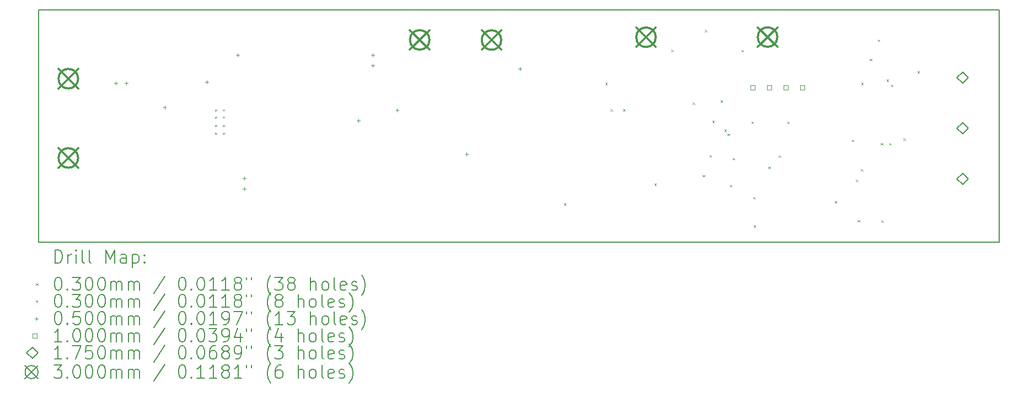
<source format=gbr>
%TF.GenerationSoftware,KiCad,Pcbnew,8.0.2*%
%TF.CreationDate,2024-08-08T08:25:32+03:00*%
%TF.ProjectId,______________ SMD,21323542-3e43-43a3-9037-3042353b4c20,rev?*%
%TF.SameCoordinates,Original*%
%TF.FileFunction,Drillmap*%
%TF.FilePolarity,Positive*%
%FSLAX45Y45*%
G04 Gerber Fmt 4.5, Leading zero omitted, Abs format (unit mm)*
G04 Created by KiCad (PCBNEW 8.0.2) date 2024-08-08 08:25:32*
%MOMM*%
%LPD*%
G01*
G04 APERTURE LIST*
%ADD10C,0.200000*%
%ADD11C,0.100000*%
%ADD12C,0.175000*%
%ADD13C,0.300000*%
G04 APERTURE END LIST*
D10*
X4330700Y-7383780D02*
X19077940Y-7383780D01*
X19077940Y-10952480D01*
X4330700Y-10952480D01*
X4330700Y-7383780D01*
D11*
X12395100Y-10355480D02*
X12425100Y-10385480D01*
X12425100Y-10355480D02*
X12395100Y-10385480D01*
X13030100Y-8503820D02*
X13060100Y-8533820D01*
X13060100Y-8503820D02*
X13030100Y-8533820D01*
X13108840Y-8910220D02*
X13138840Y-8940220D01*
X13138840Y-8910220D02*
X13108840Y-8940220D01*
X13301880Y-8907680D02*
X13331880Y-8937680D01*
X13331880Y-8907680D02*
X13301880Y-8937680D01*
X13781940Y-10050680D02*
X13811940Y-10080680D01*
X13811940Y-10050680D02*
X13781940Y-10080680D01*
X14041020Y-7995820D02*
X14071020Y-8025820D01*
X14071020Y-7995820D02*
X14041020Y-8025820D01*
X14373760Y-8808960D02*
X14403760Y-8838960D01*
X14403760Y-8808960D02*
X14373760Y-8838960D01*
X14526160Y-9918600D02*
X14556160Y-9948600D01*
X14556160Y-9918600D02*
X14526160Y-9948600D01*
X14559180Y-7688480D02*
X14589180Y-7718480D01*
X14589180Y-7688480D02*
X14559180Y-7718480D01*
X14630300Y-9613800D02*
X14660300Y-9643800D01*
X14660300Y-9613800D02*
X14630300Y-9643800D01*
X14670940Y-9085480D02*
X14700940Y-9115480D01*
X14700940Y-9085480D02*
X14670940Y-9115480D01*
X14797940Y-8773060D02*
X14827940Y-8803060D01*
X14827940Y-8773060D02*
X14797940Y-8803060D01*
X14858900Y-9220100D02*
X14888900Y-9250100D01*
X14888900Y-9220100D02*
X14858900Y-9250100D01*
X14907160Y-9286140D02*
X14937160Y-9316140D01*
X14937160Y-9286140D02*
X14907160Y-9316140D01*
X14945260Y-10071000D02*
X14975260Y-10101000D01*
X14975260Y-10071000D02*
X14945260Y-10101000D01*
X14985900Y-9656980D02*
X15015900Y-9686980D01*
X15015900Y-9656980D02*
X14985900Y-9686980D01*
X15120520Y-7998360D02*
X15150520Y-8028360D01*
X15150520Y-7998360D02*
X15120520Y-8028360D01*
X15274240Y-9096960D02*
X15304240Y-9126960D01*
X15304240Y-9096960D02*
X15274240Y-9126960D01*
X15298660Y-10259300D02*
X15328660Y-10289300D01*
X15328660Y-10259300D02*
X15298660Y-10289300D01*
X15308480Y-10695840D02*
X15338480Y-10725840D01*
X15338480Y-10695840D02*
X15308480Y-10725840D01*
X15532000Y-9794140D02*
X15562000Y-9824140D01*
X15562000Y-9794140D02*
X15532000Y-9824140D01*
X15692020Y-9618880D02*
X15722020Y-9648880D01*
X15722020Y-9618880D02*
X15692020Y-9648880D01*
X15822880Y-9099400D02*
X15852880Y-9129400D01*
X15852880Y-9099400D02*
X15822880Y-9129400D01*
X16550880Y-10320260D02*
X16580880Y-10350260D01*
X16580880Y-10320260D02*
X16550880Y-10350260D01*
X16813310Y-9377110D02*
X16843310Y-9407110D01*
X16843310Y-9377110D02*
X16813310Y-9407110D01*
X16878540Y-9990060D02*
X16908540Y-10020060D01*
X16908540Y-9990060D02*
X16878540Y-10020060D01*
X16903940Y-10614900D02*
X16933940Y-10644900D01*
X16933940Y-10614900D02*
X16903940Y-10644900D01*
X16954270Y-9831770D02*
X16984270Y-9861770D01*
X16984270Y-9831770D02*
X16954270Y-9861770D01*
X16960630Y-8500810D02*
X16990630Y-8530810D01*
X16990630Y-8500810D02*
X16960630Y-8530810D01*
X17090170Y-8135050D02*
X17120170Y-8165050D01*
X17120170Y-8135050D02*
X17090170Y-8165050D01*
X17212090Y-7837870D02*
X17242090Y-7867870D01*
X17242090Y-7837870D02*
X17212090Y-7867870D01*
X17261610Y-9427910D02*
X17291610Y-9457910D01*
X17291610Y-9427910D02*
X17261610Y-9457910D01*
X17269700Y-10619980D02*
X17299700Y-10649980D01*
X17299700Y-10619980D02*
X17269700Y-10649980D01*
X17349970Y-8450010D02*
X17379970Y-8480010D01*
X17379970Y-8450010D02*
X17349970Y-8480010D01*
X17391150Y-9427910D02*
X17421150Y-9457910D01*
X17421150Y-9427910D02*
X17391150Y-9457910D01*
X17414970Y-8531290D02*
X17444970Y-8561290D01*
X17444970Y-8531290D02*
X17414970Y-8561290D01*
X17604980Y-9355060D02*
X17634980Y-9385060D01*
X17634980Y-9355060D02*
X17604980Y-9385060D01*
X17820880Y-8323820D02*
X17850880Y-8353820D01*
X17850880Y-8323820D02*
X17820880Y-8353820D01*
X7068580Y-8928100D02*
G75*
G02*
X7038580Y-8928100I-15000J0D01*
G01*
X7038580Y-8928100D02*
G75*
G02*
X7068580Y-8928100I15000J0D01*
G01*
X7068580Y-9038100D02*
G75*
G02*
X7038580Y-9038100I-15000J0D01*
G01*
X7038580Y-9038100D02*
G75*
G02*
X7068580Y-9038100I15000J0D01*
G01*
X7068580Y-9168100D02*
G75*
G02*
X7038580Y-9168100I-15000J0D01*
G01*
X7038580Y-9168100D02*
G75*
G02*
X7068580Y-9168100I15000J0D01*
G01*
X7068580Y-9288100D02*
G75*
G02*
X7038580Y-9288100I-15000J0D01*
G01*
X7038580Y-9288100D02*
G75*
G02*
X7068580Y-9288100I15000J0D01*
G01*
X7188580Y-8928100D02*
G75*
G02*
X7158580Y-8928100I-15000J0D01*
G01*
X7158580Y-8928100D02*
G75*
G02*
X7188580Y-8928100I15000J0D01*
G01*
X7188580Y-9038100D02*
G75*
G02*
X7158580Y-9038100I-15000J0D01*
G01*
X7158580Y-9038100D02*
G75*
G02*
X7188580Y-9038100I15000J0D01*
G01*
X7188580Y-9168100D02*
G75*
G02*
X7158580Y-9168100I-15000J0D01*
G01*
X7158580Y-9168100D02*
G75*
G02*
X7188580Y-9168100I15000J0D01*
G01*
X7188580Y-9288100D02*
G75*
G02*
X7158580Y-9288100I-15000J0D01*
G01*
X7158580Y-9288100D02*
G75*
G02*
X7188580Y-9288100I15000J0D01*
G01*
X5514340Y-8484000D02*
X5514340Y-8534000D01*
X5489340Y-8509000D02*
X5539340Y-8509000D01*
X5676900Y-8484000D02*
X5676900Y-8534000D01*
X5651900Y-8509000D02*
X5701900Y-8509000D01*
X6263640Y-8852300D02*
X6263640Y-8902300D01*
X6238640Y-8877300D02*
X6288640Y-8877300D01*
X6911340Y-8468760D02*
X6911340Y-8518760D01*
X6886340Y-8493760D02*
X6936340Y-8493760D01*
X7386320Y-8049660D02*
X7386320Y-8099660D01*
X7361320Y-8074660D02*
X7411320Y-8074660D01*
X7490460Y-9949580D02*
X7490460Y-9999580D01*
X7465460Y-9974580D02*
X7515460Y-9974580D01*
X7490460Y-10112140D02*
X7490460Y-10162140D01*
X7465460Y-10137140D02*
X7515460Y-10137140D01*
X9237980Y-9060580D02*
X9237980Y-9110580D01*
X9212980Y-9085580D02*
X9262980Y-9085580D01*
X9458960Y-8049660D02*
X9458960Y-8099660D01*
X9433960Y-8074660D02*
X9483960Y-8074660D01*
X9458960Y-8212220D02*
X9458960Y-8262220D01*
X9433960Y-8237220D02*
X9483960Y-8237220D01*
X9836090Y-8895480D02*
X9836090Y-8945480D01*
X9811090Y-8920480D02*
X9861090Y-8920480D01*
X10902890Y-9576200D02*
X10902890Y-9626200D01*
X10877890Y-9601200D02*
X10927890Y-9601200D01*
X11722100Y-8263020D02*
X11722100Y-8313020D01*
X11697100Y-8288020D02*
X11747100Y-8288020D01*
X15326816Y-8610056D02*
X15326816Y-8539344D01*
X15256104Y-8539344D01*
X15256104Y-8610056D01*
X15326816Y-8610056D01*
X15580816Y-8610056D02*
X15580816Y-8539344D01*
X15510104Y-8539344D01*
X15510104Y-8610056D01*
X15580816Y-8610056D01*
X15834816Y-8610056D02*
X15834816Y-8539344D01*
X15764104Y-8539344D01*
X15764104Y-8610056D01*
X15834816Y-8610056D01*
X16088816Y-8610056D02*
X16088816Y-8539344D01*
X16018104Y-8539344D01*
X16018104Y-8610056D01*
X16088816Y-8610056D01*
D12*
X18516600Y-8509920D02*
X18604100Y-8422420D01*
X18516600Y-8334920D01*
X18429100Y-8422420D01*
X18516600Y-8509920D01*
X18516600Y-9289920D02*
X18604100Y-9202420D01*
X18516600Y-9114920D01*
X18429100Y-9202420D01*
X18516600Y-9289920D01*
X18516600Y-10069920D02*
X18604100Y-9982420D01*
X18516600Y-9894920D01*
X18429100Y-9982420D01*
X18516600Y-10069920D01*
D13*
X4635360Y-8290420D02*
X4935360Y-8590420D01*
X4935360Y-8290420D02*
X4635360Y-8590420D01*
X4935360Y-8440420D02*
G75*
G02*
X4635360Y-8440420I-150000J0D01*
G01*
X4635360Y-8440420D02*
G75*
G02*
X4935360Y-8440420I150000J0D01*
G01*
X4635360Y-9509620D02*
X4935360Y-9809620D01*
X4935360Y-9509620D02*
X4635360Y-9809620D01*
X4935360Y-9659620D02*
G75*
G02*
X4635360Y-9659620I-150000J0D01*
G01*
X4635360Y-9659620D02*
G75*
G02*
X4935360Y-9659620I150000J0D01*
G01*
X10030320Y-7693520D02*
X10330320Y-7993520D01*
X10330320Y-7693520D02*
X10030320Y-7993520D01*
X10330320Y-7843520D02*
G75*
G02*
X10030320Y-7843520I-150000J0D01*
G01*
X10030320Y-7843520D02*
G75*
G02*
X10330320Y-7843520I150000J0D01*
G01*
X11132680Y-7696060D02*
X11432680Y-7996060D01*
X11432680Y-7696060D02*
X11132680Y-7996060D01*
X11432680Y-7846060D02*
G75*
G02*
X11132680Y-7846060I-150000J0D01*
G01*
X11132680Y-7846060D02*
G75*
G02*
X11432680Y-7846060I150000J0D01*
G01*
X13504700Y-7652540D02*
X13804700Y-7952540D01*
X13804700Y-7652540D02*
X13504700Y-7952540D01*
X13804700Y-7802540D02*
G75*
G02*
X13504700Y-7802540I-150000J0D01*
G01*
X13504700Y-7802540D02*
G75*
G02*
X13804700Y-7802540I150000J0D01*
G01*
X15371600Y-7650000D02*
X15671600Y-7950000D01*
X15671600Y-7650000D02*
X15371600Y-7950000D01*
X15671600Y-7800000D02*
G75*
G02*
X15371600Y-7800000I-150000J0D01*
G01*
X15371600Y-7800000D02*
G75*
G02*
X15671600Y-7800000I150000J0D01*
G01*
D10*
X4581477Y-11273964D02*
X4581477Y-11073964D01*
X4581477Y-11073964D02*
X4629096Y-11073964D01*
X4629096Y-11073964D02*
X4657667Y-11083488D01*
X4657667Y-11083488D02*
X4676715Y-11102535D01*
X4676715Y-11102535D02*
X4686239Y-11121583D01*
X4686239Y-11121583D02*
X4695763Y-11159678D01*
X4695763Y-11159678D02*
X4695763Y-11188249D01*
X4695763Y-11188249D02*
X4686239Y-11226345D01*
X4686239Y-11226345D02*
X4676715Y-11245392D01*
X4676715Y-11245392D02*
X4657667Y-11264440D01*
X4657667Y-11264440D02*
X4629096Y-11273964D01*
X4629096Y-11273964D02*
X4581477Y-11273964D01*
X4781477Y-11273964D02*
X4781477Y-11140630D01*
X4781477Y-11178726D02*
X4791001Y-11159678D01*
X4791001Y-11159678D02*
X4800524Y-11150154D01*
X4800524Y-11150154D02*
X4819572Y-11140630D01*
X4819572Y-11140630D02*
X4838620Y-11140630D01*
X4905286Y-11273964D02*
X4905286Y-11140630D01*
X4905286Y-11073964D02*
X4895763Y-11083488D01*
X4895763Y-11083488D02*
X4905286Y-11093011D01*
X4905286Y-11093011D02*
X4914810Y-11083488D01*
X4914810Y-11083488D02*
X4905286Y-11073964D01*
X4905286Y-11073964D02*
X4905286Y-11093011D01*
X5029096Y-11273964D02*
X5010048Y-11264440D01*
X5010048Y-11264440D02*
X5000524Y-11245392D01*
X5000524Y-11245392D02*
X5000524Y-11073964D01*
X5133858Y-11273964D02*
X5114810Y-11264440D01*
X5114810Y-11264440D02*
X5105286Y-11245392D01*
X5105286Y-11245392D02*
X5105286Y-11073964D01*
X5362429Y-11273964D02*
X5362429Y-11073964D01*
X5362429Y-11073964D02*
X5429096Y-11216821D01*
X5429096Y-11216821D02*
X5495763Y-11073964D01*
X5495763Y-11073964D02*
X5495763Y-11273964D01*
X5676715Y-11273964D02*
X5676715Y-11169202D01*
X5676715Y-11169202D02*
X5667191Y-11150154D01*
X5667191Y-11150154D02*
X5648143Y-11140630D01*
X5648143Y-11140630D02*
X5610048Y-11140630D01*
X5610048Y-11140630D02*
X5591001Y-11150154D01*
X5676715Y-11264440D02*
X5657667Y-11273964D01*
X5657667Y-11273964D02*
X5610048Y-11273964D01*
X5610048Y-11273964D02*
X5591001Y-11264440D01*
X5591001Y-11264440D02*
X5581477Y-11245392D01*
X5581477Y-11245392D02*
X5581477Y-11226345D01*
X5581477Y-11226345D02*
X5591001Y-11207297D01*
X5591001Y-11207297D02*
X5610048Y-11197773D01*
X5610048Y-11197773D02*
X5657667Y-11197773D01*
X5657667Y-11197773D02*
X5676715Y-11188249D01*
X5771953Y-11140630D02*
X5771953Y-11340630D01*
X5771953Y-11150154D02*
X5791001Y-11140630D01*
X5791001Y-11140630D02*
X5829096Y-11140630D01*
X5829096Y-11140630D02*
X5848143Y-11150154D01*
X5848143Y-11150154D02*
X5857667Y-11159678D01*
X5857667Y-11159678D02*
X5867191Y-11178726D01*
X5867191Y-11178726D02*
X5867191Y-11235868D01*
X5867191Y-11235868D02*
X5857667Y-11254916D01*
X5857667Y-11254916D02*
X5848143Y-11264440D01*
X5848143Y-11264440D02*
X5829096Y-11273964D01*
X5829096Y-11273964D02*
X5791001Y-11273964D01*
X5791001Y-11273964D02*
X5771953Y-11264440D01*
X5952905Y-11254916D02*
X5962429Y-11264440D01*
X5962429Y-11264440D02*
X5952905Y-11273964D01*
X5952905Y-11273964D02*
X5943382Y-11264440D01*
X5943382Y-11264440D02*
X5952905Y-11254916D01*
X5952905Y-11254916D02*
X5952905Y-11273964D01*
X5952905Y-11150154D02*
X5962429Y-11159678D01*
X5962429Y-11159678D02*
X5952905Y-11169202D01*
X5952905Y-11169202D02*
X5943382Y-11159678D01*
X5943382Y-11159678D02*
X5952905Y-11150154D01*
X5952905Y-11150154D02*
X5952905Y-11169202D01*
D11*
X4290700Y-11587480D02*
X4320700Y-11617480D01*
X4320700Y-11587480D02*
X4290700Y-11617480D01*
D10*
X4619572Y-11493964D02*
X4638620Y-11493964D01*
X4638620Y-11493964D02*
X4657667Y-11503488D01*
X4657667Y-11503488D02*
X4667191Y-11513011D01*
X4667191Y-11513011D02*
X4676715Y-11532059D01*
X4676715Y-11532059D02*
X4686239Y-11570154D01*
X4686239Y-11570154D02*
X4686239Y-11617773D01*
X4686239Y-11617773D02*
X4676715Y-11655868D01*
X4676715Y-11655868D02*
X4667191Y-11674916D01*
X4667191Y-11674916D02*
X4657667Y-11684440D01*
X4657667Y-11684440D02*
X4638620Y-11693964D01*
X4638620Y-11693964D02*
X4619572Y-11693964D01*
X4619572Y-11693964D02*
X4600524Y-11684440D01*
X4600524Y-11684440D02*
X4591001Y-11674916D01*
X4591001Y-11674916D02*
X4581477Y-11655868D01*
X4581477Y-11655868D02*
X4571953Y-11617773D01*
X4571953Y-11617773D02*
X4571953Y-11570154D01*
X4571953Y-11570154D02*
X4581477Y-11532059D01*
X4581477Y-11532059D02*
X4591001Y-11513011D01*
X4591001Y-11513011D02*
X4600524Y-11503488D01*
X4600524Y-11503488D02*
X4619572Y-11493964D01*
X4771953Y-11674916D02*
X4781477Y-11684440D01*
X4781477Y-11684440D02*
X4771953Y-11693964D01*
X4771953Y-11693964D02*
X4762429Y-11684440D01*
X4762429Y-11684440D02*
X4771953Y-11674916D01*
X4771953Y-11674916D02*
X4771953Y-11693964D01*
X4848144Y-11493964D02*
X4971953Y-11493964D01*
X4971953Y-11493964D02*
X4905286Y-11570154D01*
X4905286Y-11570154D02*
X4933858Y-11570154D01*
X4933858Y-11570154D02*
X4952905Y-11579678D01*
X4952905Y-11579678D02*
X4962429Y-11589202D01*
X4962429Y-11589202D02*
X4971953Y-11608249D01*
X4971953Y-11608249D02*
X4971953Y-11655868D01*
X4971953Y-11655868D02*
X4962429Y-11674916D01*
X4962429Y-11674916D02*
X4952905Y-11684440D01*
X4952905Y-11684440D02*
X4933858Y-11693964D01*
X4933858Y-11693964D02*
X4876715Y-11693964D01*
X4876715Y-11693964D02*
X4857667Y-11684440D01*
X4857667Y-11684440D02*
X4848144Y-11674916D01*
X5095763Y-11493964D02*
X5114810Y-11493964D01*
X5114810Y-11493964D02*
X5133858Y-11503488D01*
X5133858Y-11503488D02*
X5143382Y-11513011D01*
X5143382Y-11513011D02*
X5152905Y-11532059D01*
X5152905Y-11532059D02*
X5162429Y-11570154D01*
X5162429Y-11570154D02*
X5162429Y-11617773D01*
X5162429Y-11617773D02*
X5152905Y-11655868D01*
X5152905Y-11655868D02*
X5143382Y-11674916D01*
X5143382Y-11674916D02*
X5133858Y-11684440D01*
X5133858Y-11684440D02*
X5114810Y-11693964D01*
X5114810Y-11693964D02*
X5095763Y-11693964D01*
X5095763Y-11693964D02*
X5076715Y-11684440D01*
X5076715Y-11684440D02*
X5067191Y-11674916D01*
X5067191Y-11674916D02*
X5057667Y-11655868D01*
X5057667Y-11655868D02*
X5048144Y-11617773D01*
X5048144Y-11617773D02*
X5048144Y-11570154D01*
X5048144Y-11570154D02*
X5057667Y-11532059D01*
X5057667Y-11532059D02*
X5067191Y-11513011D01*
X5067191Y-11513011D02*
X5076715Y-11503488D01*
X5076715Y-11503488D02*
X5095763Y-11493964D01*
X5286239Y-11493964D02*
X5305286Y-11493964D01*
X5305286Y-11493964D02*
X5324334Y-11503488D01*
X5324334Y-11503488D02*
X5333858Y-11513011D01*
X5333858Y-11513011D02*
X5343382Y-11532059D01*
X5343382Y-11532059D02*
X5352905Y-11570154D01*
X5352905Y-11570154D02*
X5352905Y-11617773D01*
X5352905Y-11617773D02*
X5343382Y-11655868D01*
X5343382Y-11655868D02*
X5333858Y-11674916D01*
X5333858Y-11674916D02*
X5324334Y-11684440D01*
X5324334Y-11684440D02*
X5305286Y-11693964D01*
X5305286Y-11693964D02*
X5286239Y-11693964D01*
X5286239Y-11693964D02*
X5267191Y-11684440D01*
X5267191Y-11684440D02*
X5257667Y-11674916D01*
X5257667Y-11674916D02*
X5248144Y-11655868D01*
X5248144Y-11655868D02*
X5238620Y-11617773D01*
X5238620Y-11617773D02*
X5238620Y-11570154D01*
X5238620Y-11570154D02*
X5248144Y-11532059D01*
X5248144Y-11532059D02*
X5257667Y-11513011D01*
X5257667Y-11513011D02*
X5267191Y-11503488D01*
X5267191Y-11503488D02*
X5286239Y-11493964D01*
X5438620Y-11693964D02*
X5438620Y-11560630D01*
X5438620Y-11579678D02*
X5448144Y-11570154D01*
X5448144Y-11570154D02*
X5467191Y-11560630D01*
X5467191Y-11560630D02*
X5495763Y-11560630D01*
X5495763Y-11560630D02*
X5514810Y-11570154D01*
X5514810Y-11570154D02*
X5524334Y-11589202D01*
X5524334Y-11589202D02*
X5524334Y-11693964D01*
X5524334Y-11589202D02*
X5533858Y-11570154D01*
X5533858Y-11570154D02*
X5552905Y-11560630D01*
X5552905Y-11560630D02*
X5581477Y-11560630D01*
X5581477Y-11560630D02*
X5600524Y-11570154D01*
X5600524Y-11570154D02*
X5610048Y-11589202D01*
X5610048Y-11589202D02*
X5610048Y-11693964D01*
X5705286Y-11693964D02*
X5705286Y-11560630D01*
X5705286Y-11579678D02*
X5714810Y-11570154D01*
X5714810Y-11570154D02*
X5733858Y-11560630D01*
X5733858Y-11560630D02*
X5762429Y-11560630D01*
X5762429Y-11560630D02*
X5781477Y-11570154D01*
X5781477Y-11570154D02*
X5791001Y-11589202D01*
X5791001Y-11589202D02*
X5791001Y-11693964D01*
X5791001Y-11589202D02*
X5800524Y-11570154D01*
X5800524Y-11570154D02*
X5819572Y-11560630D01*
X5819572Y-11560630D02*
X5848143Y-11560630D01*
X5848143Y-11560630D02*
X5867191Y-11570154D01*
X5867191Y-11570154D02*
X5876715Y-11589202D01*
X5876715Y-11589202D02*
X5876715Y-11693964D01*
X6267191Y-11484440D02*
X6095763Y-11741583D01*
X6524334Y-11493964D02*
X6543382Y-11493964D01*
X6543382Y-11493964D02*
X6562429Y-11503488D01*
X6562429Y-11503488D02*
X6571953Y-11513011D01*
X6571953Y-11513011D02*
X6581477Y-11532059D01*
X6581477Y-11532059D02*
X6591001Y-11570154D01*
X6591001Y-11570154D02*
X6591001Y-11617773D01*
X6591001Y-11617773D02*
X6581477Y-11655868D01*
X6581477Y-11655868D02*
X6571953Y-11674916D01*
X6571953Y-11674916D02*
X6562429Y-11684440D01*
X6562429Y-11684440D02*
X6543382Y-11693964D01*
X6543382Y-11693964D02*
X6524334Y-11693964D01*
X6524334Y-11693964D02*
X6505286Y-11684440D01*
X6505286Y-11684440D02*
X6495763Y-11674916D01*
X6495763Y-11674916D02*
X6486239Y-11655868D01*
X6486239Y-11655868D02*
X6476715Y-11617773D01*
X6476715Y-11617773D02*
X6476715Y-11570154D01*
X6476715Y-11570154D02*
X6486239Y-11532059D01*
X6486239Y-11532059D02*
X6495763Y-11513011D01*
X6495763Y-11513011D02*
X6505286Y-11503488D01*
X6505286Y-11503488D02*
X6524334Y-11493964D01*
X6676715Y-11674916D02*
X6686239Y-11684440D01*
X6686239Y-11684440D02*
X6676715Y-11693964D01*
X6676715Y-11693964D02*
X6667191Y-11684440D01*
X6667191Y-11684440D02*
X6676715Y-11674916D01*
X6676715Y-11674916D02*
X6676715Y-11693964D01*
X6810048Y-11493964D02*
X6829096Y-11493964D01*
X6829096Y-11493964D02*
X6848144Y-11503488D01*
X6848144Y-11503488D02*
X6857667Y-11513011D01*
X6857667Y-11513011D02*
X6867191Y-11532059D01*
X6867191Y-11532059D02*
X6876715Y-11570154D01*
X6876715Y-11570154D02*
X6876715Y-11617773D01*
X6876715Y-11617773D02*
X6867191Y-11655868D01*
X6867191Y-11655868D02*
X6857667Y-11674916D01*
X6857667Y-11674916D02*
X6848144Y-11684440D01*
X6848144Y-11684440D02*
X6829096Y-11693964D01*
X6829096Y-11693964D02*
X6810048Y-11693964D01*
X6810048Y-11693964D02*
X6791001Y-11684440D01*
X6791001Y-11684440D02*
X6781477Y-11674916D01*
X6781477Y-11674916D02*
X6771953Y-11655868D01*
X6771953Y-11655868D02*
X6762429Y-11617773D01*
X6762429Y-11617773D02*
X6762429Y-11570154D01*
X6762429Y-11570154D02*
X6771953Y-11532059D01*
X6771953Y-11532059D02*
X6781477Y-11513011D01*
X6781477Y-11513011D02*
X6791001Y-11503488D01*
X6791001Y-11503488D02*
X6810048Y-11493964D01*
X7067191Y-11693964D02*
X6952906Y-11693964D01*
X7010048Y-11693964D02*
X7010048Y-11493964D01*
X7010048Y-11493964D02*
X6991001Y-11522535D01*
X6991001Y-11522535D02*
X6971953Y-11541583D01*
X6971953Y-11541583D02*
X6952906Y-11551107D01*
X7257667Y-11693964D02*
X7143382Y-11693964D01*
X7200525Y-11693964D02*
X7200525Y-11493964D01*
X7200525Y-11493964D02*
X7181477Y-11522535D01*
X7181477Y-11522535D02*
X7162429Y-11541583D01*
X7162429Y-11541583D02*
X7143382Y-11551107D01*
X7371953Y-11579678D02*
X7352906Y-11570154D01*
X7352906Y-11570154D02*
X7343382Y-11560630D01*
X7343382Y-11560630D02*
X7333858Y-11541583D01*
X7333858Y-11541583D02*
X7333858Y-11532059D01*
X7333858Y-11532059D02*
X7343382Y-11513011D01*
X7343382Y-11513011D02*
X7352906Y-11503488D01*
X7352906Y-11503488D02*
X7371953Y-11493964D01*
X7371953Y-11493964D02*
X7410048Y-11493964D01*
X7410048Y-11493964D02*
X7429096Y-11503488D01*
X7429096Y-11503488D02*
X7438620Y-11513011D01*
X7438620Y-11513011D02*
X7448144Y-11532059D01*
X7448144Y-11532059D02*
X7448144Y-11541583D01*
X7448144Y-11541583D02*
X7438620Y-11560630D01*
X7438620Y-11560630D02*
X7429096Y-11570154D01*
X7429096Y-11570154D02*
X7410048Y-11579678D01*
X7410048Y-11579678D02*
X7371953Y-11579678D01*
X7371953Y-11579678D02*
X7352906Y-11589202D01*
X7352906Y-11589202D02*
X7343382Y-11598726D01*
X7343382Y-11598726D02*
X7333858Y-11617773D01*
X7333858Y-11617773D02*
X7333858Y-11655868D01*
X7333858Y-11655868D02*
X7343382Y-11674916D01*
X7343382Y-11674916D02*
X7352906Y-11684440D01*
X7352906Y-11684440D02*
X7371953Y-11693964D01*
X7371953Y-11693964D02*
X7410048Y-11693964D01*
X7410048Y-11693964D02*
X7429096Y-11684440D01*
X7429096Y-11684440D02*
X7438620Y-11674916D01*
X7438620Y-11674916D02*
X7448144Y-11655868D01*
X7448144Y-11655868D02*
X7448144Y-11617773D01*
X7448144Y-11617773D02*
X7438620Y-11598726D01*
X7438620Y-11598726D02*
X7429096Y-11589202D01*
X7429096Y-11589202D02*
X7410048Y-11579678D01*
X7524334Y-11493964D02*
X7524334Y-11532059D01*
X7600525Y-11493964D02*
X7600525Y-11532059D01*
X7895763Y-11770154D02*
X7886239Y-11760630D01*
X7886239Y-11760630D02*
X7867191Y-11732059D01*
X7867191Y-11732059D02*
X7857668Y-11713011D01*
X7857668Y-11713011D02*
X7848144Y-11684440D01*
X7848144Y-11684440D02*
X7838620Y-11636821D01*
X7838620Y-11636821D02*
X7838620Y-11598726D01*
X7838620Y-11598726D02*
X7848144Y-11551107D01*
X7848144Y-11551107D02*
X7857668Y-11522535D01*
X7857668Y-11522535D02*
X7867191Y-11503488D01*
X7867191Y-11503488D02*
X7886239Y-11474916D01*
X7886239Y-11474916D02*
X7895763Y-11465392D01*
X7952906Y-11493964D02*
X8076715Y-11493964D01*
X8076715Y-11493964D02*
X8010048Y-11570154D01*
X8010048Y-11570154D02*
X8038620Y-11570154D01*
X8038620Y-11570154D02*
X8057668Y-11579678D01*
X8057668Y-11579678D02*
X8067191Y-11589202D01*
X8067191Y-11589202D02*
X8076715Y-11608249D01*
X8076715Y-11608249D02*
X8076715Y-11655868D01*
X8076715Y-11655868D02*
X8067191Y-11674916D01*
X8067191Y-11674916D02*
X8057668Y-11684440D01*
X8057668Y-11684440D02*
X8038620Y-11693964D01*
X8038620Y-11693964D02*
X7981477Y-11693964D01*
X7981477Y-11693964D02*
X7962429Y-11684440D01*
X7962429Y-11684440D02*
X7952906Y-11674916D01*
X8191001Y-11579678D02*
X8171953Y-11570154D01*
X8171953Y-11570154D02*
X8162429Y-11560630D01*
X8162429Y-11560630D02*
X8152906Y-11541583D01*
X8152906Y-11541583D02*
X8152906Y-11532059D01*
X8152906Y-11532059D02*
X8162429Y-11513011D01*
X8162429Y-11513011D02*
X8171953Y-11503488D01*
X8171953Y-11503488D02*
X8191001Y-11493964D01*
X8191001Y-11493964D02*
X8229096Y-11493964D01*
X8229096Y-11493964D02*
X8248144Y-11503488D01*
X8248144Y-11503488D02*
X8257668Y-11513011D01*
X8257668Y-11513011D02*
X8267191Y-11532059D01*
X8267191Y-11532059D02*
X8267191Y-11541583D01*
X8267191Y-11541583D02*
X8257668Y-11560630D01*
X8257668Y-11560630D02*
X8248144Y-11570154D01*
X8248144Y-11570154D02*
X8229096Y-11579678D01*
X8229096Y-11579678D02*
X8191001Y-11579678D01*
X8191001Y-11579678D02*
X8171953Y-11589202D01*
X8171953Y-11589202D02*
X8162429Y-11598726D01*
X8162429Y-11598726D02*
X8152906Y-11617773D01*
X8152906Y-11617773D02*
X8152906Y-11655868D01*
X8152906Y-11655868D02*
X8162429Y-11674916D01*
X8162429Y-11674916D02*
X8171953Y-11684440D01*
X8171953Y-11684440D02*
X8191001Y-11693964D01*
X8191001Y-11693964D02*
X8229096Y-11693964D01*
X8229096Y-11693964D02*
X8248144Y-11684440D01*
X8248144Y-11684440D02*
X8257668Y-11674916D01*
X8257668Y-11674916D02*
X8267191Y-11655868D01*
X8267191Y-11655868D02*
X8267191Y-11617773D01*
X8267191Y-11617773D02*
X8257668Y-11598726D01*
X8257668Y-11598726D02*
X8248144Y-11589202D01*
X8248144Y-11589202D02*
X8229096Y-11579678D01*
X8505287Y-11693964D02*
X8505287Y-11493964D01*
X8591001Y-11693964D02*
X8591001Y-11589202D01*
X8591001Y-11589202D02*
X8581477Y-11570154D01*
X8581477Y-11570154D02*
X8562430Y-11560630D01*
X8562430Y-11560630D02*
X8533858Y-11560630D01*
X8533858Y-11560630D02*
X8514811Y-11570154D01*
X8514811Y-11570154D02*
X8505287Y-11579678D01*
X8714811Y-11693964D02*
X8695763Y-11684440D01*
X8695763Y-11684440D02*
X8686239Y-11674916D01*
X8686239Y-11674916D02*
X8676715Y-11655868D01*
X8676715Y-11655868D02*
X8676715Y-11598726D01*
X8676715Y-11598726D02*
X8686239Y-11579678D01*
X8686239Y-11579678D02*
X8695763Y-11570154D01*
X8695763Y-11570154D02*
X8714811Y-11560630D01*
X8714811Y-11560630D02*
X8743382Y-11560630D01*
X8743382Y-11560630D02*
X8762430Y-11570154D01*
X8762430Y-11570154D02*
X8771953Y-11579678D01*
X8771953Y-11579678D02*
X8781477Y-11598726D01*
X8781477Y-11598726D02*
X8781477Y-11655868D01*
X8781477Y-11655868D02*
X8771953Y-11674916D01*
X8771953Y-11674916D02*
X8762430Y-11684440D01*
X8762430Y-11684440D02*
X8743382Y-11693964D01*
X8743382Y-11693964D02*
X8714811Y-11693964D01*
X8895763Y-11693964D02*
X8876715Y-11684440D01*
X8876715Y-11684440D02*
X8867192Y-11665392D01*
X8867192Y-11665392D02*
X8867192Y-11493964D01*
X9048144Y-11684440D02*
X9029096Y-11693964D01*
X9029096Y-11693964D02*
X8991001Y-11693964D01*
X8991001Y-11693964D02*
X8971953Y-11684440D01*
X8971953Y-11684440D02*
X8962430Y-11665392D01*
X8962430Y-11665392D02*
X8962430Y-11589202D01*
X8962430Y-11589202D02*
X8971953Y-11570154D01*
X8971953Y-11570154D02*
X8991001Y-11560630D01*
X8991001Y-11560630D02*
X9029096Y-11560630D01*
X9029096Y-11560630D02*
X9048144Y-11570154D01*
X9048144Y-11570154D02*
X9057668Y-11589202D01*
X9057668Y-11589202D02*
X9057668Y-11608249D01*
X9057668Y-11608249D02*
X8962430Y-11627297D01*
X9133858Y-11684440D02*
X9152906Y-11693964D01*
X9152906Y-11693964D02*
X9191001Y-11693964D01*
X9191001Y-11693964D02*
X9210049Y-11684440D01*
X9210049Y-11684440D02*
X9219573Y-11665392D01*
X9219573Y-11665392D02*
X9219573Y-11655868D01*
X9219573Y-11655868D02*
X9210049Y-11636821D01*
X9210049Y-11636821D02*
X9191001Y-11627297D01*
X9191001Y-11627297D02*
X9162430Y-11627297D01*
X9162430Y-11627297D02*
X9143382Y-11617773D01*
X9143382Y-11617773D02*
X9133858Y-11598726D01*
X9133858Y-11598726D02*
X9133858Y-11589202D01*
X9133858Y-11589202D02*
X9143382Y-11570154D01*
X9143382Y-11570154D02*
X9162430Y-11560630D01*
X9162430Y-11560630D02*
X9191001Y-11560630D01*
X9191001Y-11560630D02*
X9210049Y-11570154D01*
X9286239Y-11770154D02*
X9295763Y-11760630D01*
X9295763Y-11760630D02*
X9314811Y-11732059D01*
X9314811Y-11732059D02*
X9324334Y-11713011D01*
X9324334Y-11713011D02*
X9333858Y-11684440D01*
X9333858Y-11684440D02*
X9343382Y-11636821D01*
X9343382Y-11636821D02*
X9343382Y-11598726D01*
X9343382Y-11598726D02*
X9333858Y-11551107D01*
X9333858Y-11551107D02*
X9324334Y-11522535D01*
X9324334Y-11522535D02*
X9314811Y-11503488D01*
X9314811Y-11503488D02*
X9295763Y-11474916D01*
X9295763Y-11474916D02*
X9286239Y-11465392D01*
D11*
X4320700Y-11866480D02*
G75*
G02*
X4290700Y-11866480I-15000J0D01*
G01*
X4290700Y-11866480D02*
G75*
G02*
X4320700Y-11866480I15000J0D01*
G01*
D10*
X4619572Y-11757964D02*
X4638620Y-11757964D01*
X4638620Y-11757964D02*
X4657667Y-11767488D01*
X4657667Y-11767488D02*
X4667191Y-11777011D01*
X4667191Y-11777011D02*
X4676715Y-11796059D01*
X4676715Y-11796059D02*
X4686239Y-11834154D01*
X4686239Y-11834154D02*
X4686239Y-11881773D01*
X4686239Y-11881773D02*
X4676715Y-11919868D01*
X4676715Y-11919868D02*
X4667191Y-11938916D01*
X4667191Y-11938916D02*
X4657667Y-11948440D01*
X4657667Y-11948440D02*
X4638620Y-11957964D01*
X4638620Y-11957964D02*
X4619572Y-11957964D01*
X4619572Y-11957964D02*
X4600524Y-11948440D01*
X4600524Y-11948440D02*
X4591001Y-11938916D01*
X4591001Y-11938916D02*
X4581477Y-11919868D01*
X4581477Y-11919868D02*
X4571953Y-11881773D01*
X4571953Y-11881773D02*
X4571953Y-11834154D01*
X4571953Y-11834154D02*
X4581477Y-11796059D01*
X4581477Y-11796059D02*
X4591001Y-11777011D01*
X4591001Y-11777011D02*
X4600524Y-11767488D01*
X4600524Y-11767488D02*
X4619572Y-11757964D01*
X4771953Y-11938916D02*
X4781477Y-11948440D01*
X4781477Y-11948440D02*
X4771953Y-11957964D01*
X4771953Y-11957964D02*
X4762429Y-11948440D01*
X4762429Y-11948440D02*
X4771953Y-11938916D01*
X4771953Y-11938916D02*
X4771953Y-11957964D01*
X4848144Y-11757964D02*
X4971953Y-11757964D01*
X4971953Y-11757964D02*
X4905286Y-11834154D01*
X4905286Y-11834154D02*
X4933858Y-11834154D01*
X4933858Y-11834154D02*
X4952905Y-11843678D01*
X4952905Y-11843678D02*
X4962429Y-11853202D01*
X4962429Y-11853202D02*
X4971953Y-11872249D01*
X4971953Y-11872249D02*
X4971953Y-11919868D01*
X4971953Y-11919868D02*
X4962429Y-11938916D01*
X4962429Y-11938916D02*
X4952905Y-11948440D01*
X4952905Y-11948440D02*
X4933858Y-11957964D01*
X4933858Y-11957964D02*
X4876715Y-11957964D01*
X4876715Y-11957964D02*
X4857667Y-11948440D01*
X4857667Y-11948440D02*
X4848144Y-11938916D01*
X5095763Y-11757964D02*
X5114810Y-11757964D01*
X5114810Y-11757964D02*
X5133858Y-11767488D01*
X5133858Y-11767488D02*
X5143382Y-11777011D01*
X5143382Y-11777011D02*
X5152905Y-11796059D01*
X5152905Y-11796059D02*
X5162429Y-11834154D01*
X5162429Y-11834154D02*
X5162429Y-11881773D01*
X5162429Y-11881773D02*
X5152905Y-11919868D01*
X5152905Y-11919868D02*
X5143382Y-11938916D01*
X5143382Y-11938916D02*
X5133858Y-11948440D01*
X5133858Y-11948440D02*
X5114810Y-11957964D01*
X5114810Y-11957964D02*
X5095763Y-11957964D01*
X5095763Y-11957964D02*
X5076715Y-11948440D01*
X5076715Y-11948440D02*
X5067191Y-11938916D01*
X5067191Y-11938916D02*
X5057667Y-11919868D01*
X5057667Y-11919868D02*
X5048144Y-11881773D01*
X5048144Y-11881773D02*
X5048144Y-11834154D01*
X5048144Y-11834154D02*
X5057667Y-11796059D01*
X5057667Y-11796059D02*
X5067191Y-11777011D01*
X5067191Y-11777011D02*
X5076715Y-11767488D01*
X5076715Y-11767488D02*
X5095763Y-11757964D01*
X5286239Y-11757964D02*
X5305286Y-11757964D01*
X5305286Y-11757964D02*
X5324334Y-11767488D01*
X5324334Y-11767488D02*
X5333858Y-11777011D01*
X5333858Y-11777011D02*
X5343382Y-11796059D01*
X5343382Y-11796059D02*
X5352905Y-11834154D01*
X5352905Y-11834154D02*
X5352905Y-11881773D01*
X5352905Y-11881773D02*
X5343382Y-11919868D01*
X5343382Y-11919868D02*
X5333858Y-11938916D01*
X5333858Y-11938916D02*
X5324334Y-11948440D01*
X5324334Y-11948440D02*
X5305286Y-11957964D01*
X5305286Y-11957964D02*
X5286239Y-11957964D01*
X5286239Y-11957964D02*
X5267191Y-11948440D01*
X5267191Y-11948440D02*
X5257667Y-11938916D01*
X5257667Y-11938916D02*
X5248144Y-11919868D01*
X5248144Y-11919868D02*
X5238620Y-11881773D01*
X5238620Y-11881773D02*
X5238620Y-11834154D01*
X5238620Y-11834154D02*
X5248144Y-11796059D01*
X5248144Y-11796059D02*
X5257667Y-11777011D01*
X5257667Y-11777011D02*
X5267191Y-11767488D01*
X5267191Y-11767488D02*
X5286239Y-11757964D01*
X5438620Y-11957964D02*
X5438620Y-11824630D01*
X5438620Y-11843678D02*
X5448144Y-11834154D01*
X5448144Y-11834154D02*
X5467191Y-11824630D01*
X5467191Y-11824630D02*
X5495763Y-11824630D01*
X5495763Y-11824630D02*
X5514810Y-11834154D01*
X5514810Y-11834154D02*
X5524334Y-11853202D01*
X5524334Y-11853202D02*
X5524334Y-11957964D01*
X5524334Y-11853202D02*
X5533858Y-11834154D01*
X5533858Y-11834154D02*
X5552905Y-11824630D01*
X5552905Y-11824630D02*
X5581477Y-11824630D01*
X5581477Y-11824630D02*
X5600524Y-11834154D01*
X5600524Y-11834154D02*
X5610048Y-11853202D01*
X5610048Y-11853202D02*
X5610048Y-11957964D01*
X5705286Y-11957964D02*
X5705286Y-11824630D01*
X5705286Y-11843678D02*
X5714810Y-11834154D01*
X5714810Y-11834154D02*
X5733858Y-11824630D01*
X5733858Y-11824630D02*
X5762429Y-11824630D01*
X5762429Y-11824630D02*
X5781477Y-11834154D01*
X5781477Y-11834154D02*
X5791001Y-11853202D01*
X5791001Y-11853202D02*
X5791001Y-11957964D01*
X5791001Y-11853202D02*
X5800524Y-11834154D01*
X5800524Y-11834154D02*
X5819572Y-11824630D01*
X5819572Y-11824630D02*
X5848143Y-11824630D01*
X5848143Y-11824630D02*
X5867191Y-11834154D01*
X5867191Y-11834154D02*
X5876715Y-11853202D01*
X5876715Y-11853202D02*
X5876715Y-11957964D01*
X6267191Y-11748440D02*
X6095763Y-12005583D01*
X6524334Y-11757964D02*
X6543382Y-11757964D01*
X6543382Y-11757964D02*
X6562429Y-11767488D01*
X6562429Y-11767488D02*
X6571953Y-11777011D01*
X6571953Y-11777011D02*
X6581477Y-11796059D01*
X6581477Y-11796059D02*
X6591001Y-11834154D01*
X6591001Y-11834154D02*
X6591001Y-11881773D01*
X6591001Y-11881773D02*
X6581477Y-11919868D01*
X6581477Y-11919868D02*
X6571953Y-11938916D01*
X6571953Y-11938916D02*
X6562429Y-11948440D01*
X6562429Y-11948440D02*
X6543382Y-11957964D01*
X6543382Y-11957964D02*
X6524334Y-11957964D01*
X6524334Y-11957964D02*
X6505286Y-11948440D01*
X6505286Y-11948440D02*
X6495763Y-11938916D01*
X6495763Y-11938916D02*
X6486239Y-11919868D01*
X6486239Y-11919868D02*
X6476715Y-11881773D01*
X6476715Y-11881773D02*
X6476715Y-11834154D01*
X6476715Y-11834154D02*
X6486239Y-11796059D01*
X6486239Y-11796059D02*
X6495763Y-11777011D01*
X6495763Y-11777011D02*
X6505286Y-11767488D01*
X6505286Y-11767488D02*
X6524334Y-11757964D01*
X6676715Y-11938916D02*
X6686239Y-11948440D01*
X6686239Y-11948440D02*
X6676715Y-11957964D01*
X6676715Y-11957964D02*
X6667191Y-11948440D01*
X6667191Y-11948440D02*
X6676715Y-11938916D01*
X6676715Y-11938916D02*
X6676715Y-11957964D01*
X6810048Y-11757964D02*
X6829096Y-11757964D01*
X6829096Y-11757964D02*
X6848144Y-11767488D01*
X6848144Y-11767488D02*
X6857667Y-11777011D01*
X6857667Y-11777011D02*
X6867191Y-11796059D01*
X6867191Y-11796059D02*
X6876715Y-11834154D01*
X6876715Y-11834154D02*
X6876715Y-11881773D01*
X6876715Y-11881773D02*
X6867191Y-11919868D01*
X6867191Y-11919868D02*
X6857667Y-11938916D01*
X6857667Y-11938916D02*
X6848144Y-11948440D01*
X6848144Y-11948440D02*
X6829096Y-11957964D01*
X6829096Y-11957964D02*
X6810048Y-11957964D01*
X6810048Y-11957964D02*
X6791001Y-11948440D01*
X6791001Y-11948440D02*
X6781477Y-11938916D01*
X6781477Y-11938916D02*
X6771953Y-11919868D01*
X6771953Y-11919868D02*
X6762429Y-11881773D01*
X6762429Y-11881773D02*
X6762429Y-11834154D01*
X6762429Y-11834154D02*
X6771953Y-11796059D01*
X6771953Y-11796059D02*
X6781477Y-11777011D01*
X6781477Y-11777011D02*
X6791001Y-11767488D01*
X6791001Y-11767488D02*
X6810048Y-11757964D01*
X7067191Y-11957964D02*
X6952906Y-11957964D01*
X7010048Y-11957964D02*
X7010048Y-11757964D01*
X7010048Y-11757964D02*
X6991001Y-11786535D01*
X6991001Y-11786535D02*
X6971953Y-11805583D01*
X6971953Y-11805583D02*
X6952906Y-11815107D01*
X7257667Y-11957964D02*
X7143382Y-11957964D01*
X7200525Y-11957964D02*
X7200525Y-11757964D01*
X7200525Y-11757964D02*
X7181477Y-11786535D01*
X7181477Y-11786535D02*
X7162429Y-11805583D01*
X7162429Y-11805583D02*
X7143382Y-11815107D01*
X7371953Y-11843678D02*
X7352906Y-11834154D01*
X7352906Y-11834154D02*
X7343382Y-11824630D01*
X7343382Y-11824630D02*
X7333858Y-11805583D01*
X7333858Y-11805583D02*
X7333858Y-11796059D01*
X7333858Y-11796059D02*
X7343382Y-11777011D01*
X7343382Y-11777011D02*
X7352906Y-11767488D01*
X7352906Y-11767488D02*
X7371953Y-11757964D01*
X7371953Y-11757964D02*
X7410048Y-11757964D01*
X7410048Y-11757964D02*
X7429096Y-11767488D01*
X7429096Y-11767488D02*
X7438620Y-11777011D01*
X7438620Y-11777011D02*
X7448144Y-11796059D01*
X7448144Y-11796059D02*
X7448144Y-11805583D01*
X7448144Y-11805583D02*
X7438620Y-11824630D01*
X7438620Y-11824630D02*
X7429096Y-11834154D01*
X7429096Y-11834154D02*
X7410048Y-11843678D01*
X7410048Y-11843678D02*
X7371953Y-11843678D01*
X7371953Y-11843678D02*
X7352906Y-11853202D01*
X7352906Y-11853202D02*
X7343382Y-11862726D01*
X7343382Y-11862726D02*
X7333858Y-11881773D01*
X7333858Y-11881773D02*
X7333858Y-11919868D01*
X7333858Y-11919868D02*
X7343382Y-11938916D01*
X7343382Y-11938916D02*
X7352906Y-11948440D01*
X7352906Y-11948440D02*
X7371953Y-11957964D01*
X7371953Y-11957964D02*
X7410048Y-11957964D01*
X7410048Y-11957964D02*
X7429096Y-11948440D01*
X7429096Y-11948440D02*
X7438620Y-11938916D01*
X7438620Y-11938916D02*
X7448144Y-11919868D01*
X7448144Y-11919868D02*
X7448144Y-11881773D01*
X7448144Y-11881773D02*
X7438620Y-11862726D01*
X7438620Y-11862726D02*
X7429096Y-11853202D01*
X7429096Y-11853202D02*
X7410048Y-11843678D01*
X7524334Y-11757964D02*
X7524334Y-11796059D01*
X7600525Y-11757964D02*
X7600525Y-11796059D01*
X7895763Y-12034154D02*
X7886239Y-12024630D01*
X7886239Y-12024630D02*
X7867191Y-11996059D01*
X7867191Y-11996059D02*
X7857668Y-11977011D01*
X7857668Y-11977011D02*
X7848144Y-11948440D01*
X7848144Y-11948440D02*
X7838620Y-11900821D01*
X7838620Y-11900821D02*
X7838620Y-11862726D01*
X7838620Y-11862726D02*
X7848144Y-11815107D01*
X7848144Y-11815107D02*
X7857668Y-11786535D01*
X7857668Y-11786535D02*
X7867191Y-11767488D01*
X7867191Y-11767488D02*
X7886239Y-11738916D01*
X7886239Y-11738916D02*
X7895763Y-11729392D01*
X8000525Y-11843678D02*
X7981477Y-11834154D01*
X7981477Y-11834154D02*
X7971953Y-11824630D01*
X7971953Y-11824630D02*
X7962429Y-11805583D01*
X7962429Y-11805583D02*
X7962429Y-11796059D01*
X7962429Y-11796059D02*
X7971953Y-11777011D01*
X7971953Y-11777011D02*
X7981477Y-11767488D01*
X7981477Y-11767488D02*
X8000525Y-11757964D01*
X8000525Y-11757964D02*
X8038620Y-11757964D01*
X8038620Y-11757964D02*
X8057668Y-11767488D01*
X8057668Y-11767488D02*
X8067191Y-11777011D01*
X8067191Y-11777011D02*
X8076715Y-11796059D01*
X8076715Y-11796059D02*
X8076715Y-11805583D01*
X8076715Y-11805583D02*
X8067191Y-11824630D01*
X8067191Y-11824630D02*
X8057668Y-11834154D01*
X8057668Y-11834154D02*
X8038620Y-11843678D01*
X8038620Y-11843678D02*
X8000525Y-11843678D01*
X8000525Y-11843678D02*
X7981477Y-11853202D01*
X7981477Y-11853202D02*
X7971953Y-11862726D01*
X7971953Y-11862726D02*
X7962429Y-11881773D01*
X7962429Y-11881773D02*
X7962429Y-11919868D01*
X7962429Y-11919868D02*
X7971953Y-11938916D01*
X7971953Y-11938916D02*
X7981477Y-11948440D01*
X7981477Y-11948440D02*
X8000525Y-11957964D01*
X8000525Y-11957964D02*
X8038620Y-11957964D01*
X8038620Y-11957964D02*
X8057668Y-11948440D01*
X8057668Y-11948440D02*
X8067191Y-11938916D01*
X8067191Y-11938916D02*
X8076715Y-11919868D01*
X8076715Y-11919868D02*
X8076715Y-11881773D01*
X8076715Y-11881773D02*
X8067191Y-11862726D01*
X8067191Y-11862726D02*
X8057668Y-11853202D01*
X8057668Y-11853202D02*
X8038620Y-11843678D01*
X8314810Y-11957964D02*
X8314810Y-11757964D01*
X8400525Y-11957964D02*
X8400525Y-11853202D01*
X8400525Y-11853202D02*
X8391001Y-11834154D01*
X8391001Y-11834154D02*
X8371953Y-11824630D01*
X8371953Y-11824630D02*
X8343382Y-11824630D01*
X8343382Y-11824630D02*
X8324334Y-11834154D01*
X8324334Y-11834154D02*
X8314810Y-11843678D01*
X8524334Y-11957964D02*
X8505287Y-11948440D01*
X8505287Y-11948440D02*
X8495763Y-11938916D01*
X8495763Y-11938916D02*
X8486239Y-11919868D01*
X8486239Y-11919868D02*
X8486239Y-11862726D01*
X8486239Y-11862726D02*
X8495763Y-11843678D01*
X8495763Y-11843678D02*
X8505287Y-11834154D01*
X8505287Y-11834154D02*
X8524334Y-11824630D01*
X8524334Y-11824630D02*
X8552906Y-11824630D01*
X8552906Y-11824630D02*
X8571953Y-11834154D01*
X8571953Y-11834154D02*
X8581477Y-11843678D01*
X8581477Y-11843678D02*
X8591001Y-11862726D01*
X8591001Y-11862726D02*
X8591001Y-11919868D01*
X8591001Y-11919868D02*
X8581477Y-11938916D01*
X8581477Y-11938916D02*
X8571953Y-11948440D01*
X8571953Y-11948440D02*
X8552906Y-11957964D01*
X8552906Y-11957964D02*
X8524334Y-11957964D01*
X8705287Y-11957964D02*
X8686239Y-11948440D01*
X8686239Y-11948440D02*
X8676715Y-11929392D01*
X8676715Y-11929392D02*
X8676715Y-11757964D01*
X8857668Y-11948440D02*
X8838620Y-11957964D01*
X8838620Y-11957964D02*
X8800525Y-11957964D01*
X8800525Y-11957964D02*
X8781477Y-11948440D01*
X8781477Y-11948440D02*
X8771953Y-11929392D01*
X8771953Y-11929392D02*
X8771953Y-11853202D01*
X8771953Y-11853202D02*
X8781477Y-11834154D01*
X8781477Y-11834154D02*
X8800525Y-11824630D01*
X8800525Y-11824630D02*
X8838620Y-11824630D01*
X8838620Y-11824630D02*
X8857668Y-11834154D01*
X8857668Y-11834154D02*
X8867192Y-11853202D01*
X8867192Y-11853202D02*
X8867192Y-11872249D01*
X8867192Y-11872249D02*
X8771953Y-11891297D01*
X8943382Y-11948440D02*
X8962430Y-11957964D01*
X8962430Y-11957964D02*
X9000525Y-11957964D01*
X9000525Y-11957964D02*
X9019573Y-11948440D01*
X9019573Y-11948440D02*
X9029096Y-11929392D01*
X9029096Y-11929392D02*
X9029096Y-11919868D01*
X9029096Y-11919868D02*
X9019573Y-11900821D01*
X9019573Y-11900821D02*
X9000525Y-11891297D01*
X9000525Y-11891297D02*
X8971953Y-11891297D01*
X8971953Y-11891297D02*
X8952906Y-11881773D01*
X8952906Y-11881773D02*
X8943382Y-11862726D01*
X8943382Y-11862726D02*
X8943382Y-11853202D01*
X8943382Y-11853202D02*
X8952906Y-11834154D01*
X8952906Y-11834154D02*
X8971953Y-11824630D01*
X8971953Y-11824630D02*
X9000525Y-11824630D01*
X9000525Y-11824630D02*
X9019573Y-11834154D01*
X9095763Y-12034154D02*
X9105287Y-12024630D01*
X9105287Y-12024630D02*
X9124334Y-11996059D01*
X9124334Y-11996059D02*
X9133858Y-11977011D01*
X9133858Y-11977011D02*
X9143382Y-11948440D01*
X9143382Y-11948440D02*
X9152906Y-11900821D01*
X9152906Y-11900821D02*
X9152906Y-11862726D01*
X9152906Y-11862726D02*
X9143382Y-11815107D01*
X9143382Y-11815107D02*
X9133858Y-11786535D01*
X9133858Y-11786535D02*
X9124334Y-11767488D01*
X9124334Y-11767488D02*
X9105287Y-11738916D01*
X9105287Y-11738916D02*
X9095763Y-11729392D01*
D11*
X4295700Y-12105480D02*
X4295700Y-12155480D01*
X4270700Y-12130480D02*
X4320700Y-12130480D01*
D10*
X4619572Y-12021964D02*
X4638620Y-12021964D01*
X4638620Y-12021964D02*
X4657667Y-12031488D01*
X4657667Y-12031488D02*
X4667191Y-12041011D01*
X4667191Y-12041011D02*
X4676715Y-12060059D01*
X4676715Y-12060059D02*
X4686239Y-12098154D01*
X4686239Y-12098154D02*
X4686239Y-12145773D01*
X4686239Y-12145773D02*
X4676715Y-12183868D01*
X4676715Y-12183868D02*
X4667191Y-12202916D01*
X4667191Y-12202916D02*
X4657667Y-12212440D01*
X4657667Y-12212440D02*
X4638620Y-12221964D01*
X4638620Y-12221964D02*
X4619572Y-12221964D01*
X4619572Y-12221964D02*
X4600524Y-12212440D01*
X4600524Y-12212440D02*
X4591001Y-12202916D01*
X4591001Y-12202916D02*
X4581477Y-12183868D01*
X4581477Y-12183868D02*
X4571953Y-12145773D01*
X4571953Y-12145773D02*
X4571953Y-12098154D01*
X4571953Y-12098154D02*
X4581477Y-12060059D01*
X4581477Y-12060059D02*
X4591001Y-12041011D01*
X4591001Y-12041011D02*
X4600524Y-12031488D01*
X4600524Y-12031488D02*
X4619572Y-12021964D01*
X4771953Y-12202916D02*
X4781477Y-12212440D01*
X4781477Y-12212440D02*
X4771953Y-12221964D01*
X4771953Y-12221964D02*
X4762429Y-12212440D01*
X4762429Y-12212440D02*
X4771953Y-12202916D01*
X4771953Y-12202916D02*
X4771953Y-12221964D01*
X4962429Y-12021964D02*
X4867191Y-12021964D01*
X4867191Y-12021964D02*
X4857667Y-12117202D01*
X4857667Y-12117202D02*
X4867191Y-12107678D01*
X4867191Y-12107678D02*
X4886239Y-12098154D01*
X4886239Y-12098154D02*
X4933858Y-12098154D01*
X4933858Y-12098154D02*
X4952905Y-12107678D01*
X4952905Y-12107678D02*
X4962429Y-12117202D01*
X4962429Y-12117202D02*
X4971953Y-12136249D01*
X4971953Y-12136249D02*
X4971953Y-12183868D01*
X4971953Y-12183868D02*
X4962429Y-12202916D01*
X4962429Y-12202916D02*
X4952905Y-12212440D01*
X4952905Y-12212440D02*
X4933858Y-12221964D01*
X4933858Y-12221964D02*
X4886239Y-12221964D01*
X4886239Y-12221964D02*
X4867191Y-12212440D01*
X4867191Y-12212440D02*
X4857667Y-12202916D01*
X5095763Y-12021964D02*
X5114810Y-12021964D01*
X5114810Y-12021964D02*
X5133858Y-12031488D01*
X5133858Y-12031488D02*
X5143382Y-12041011D01*
X5143382Y-12041011D02*
X5152905Y-12060059D01*
X5152905Y-12060059D02*
X5162429Y-12098154D01*
X5162429Y-12098154D02*
X5162429Y-12145773D01*
X5162429Y-12145773D02*
X5152905Y-12183868D01*
X5152905Y-12183868D02*
X5143382Y-12202916D01*
X5143382Y-12202916D02*
X5133858Y-12212440D01*
X5133858Y-12212440D02*
X5114810Y-12221964D01*
X5114810Y-12221964D02*
X5095763Y-12221964D01*
X5095763Y-12221964D02*
X5076715Y-12212440D01*
X5076715Y-12212440D02*
X5067191Y-12202916D01*
X5067191Y-12202916D02*
X5057667Y-12183868D01*
X5057667Y-12183868D02*
X5048144Y-12145773D01*
X5048144Y-12145773D02*
X5048144Y-12098154D01*
X5048144Y-12098154D02*
X5057667Y-12060059D01*
X5057667Y-12060059D02*
X5067191Y-12041011D01*
X5067191Y-12041011D02*
X5076715Y-12031488D01*
X5076715Y-12031488D02*
X5095763Y-12021964D01*
X5286239Y-12021964D02*
X5305286Y-12021964D01*
X5305286Y-12021964D02*
X5324334Y-12031488D01*
X5324334Y-12031488D02*
X5333858Y-12041011D01*
X5333858Y-12041011D02*
X5343382Y-12060059D01*
X5343382Y-12060059D02*
X5352905Y-12098154D01*
X5352905Y-12098154D02*
X5352905Y-12145773D01*
X5352905Y-12145773D02*
X5343382Y-12183868D01*
X5343382Y-12183868D02*
X5333858Y-12202916D01*
X5333858Y-12202916D02*
X5324334Y-12212440D01*
X5324334Y-12212440D02*
X5305286Y-12221964D01*
X5305286Y-12221964D02*
X5286239Y-12221964D01*
X5286239Y-12221964D02*
X5267191Y-12212440D01*
X5267191Y-12212440D02*
X5257667Y-12202916D01*
X5257667Y-12202916D02*
X5248144Y-12183868D01*
X5248144Y-12183868D02*
X5238620Y-12145773D01*
X5238620Y-12145773D02*
X5238620Y-12098154D01*
X5238620Y-12098154D02*
X5248144Y-12060059D01*
X5248144Y-12060059D02*
X5257667Y-12041011D01*
X5257667Y-12041011D02*
X5267191Y-12031488D01*
X5267191Y-12031488D02*
X5286239Y-12021964D01*
X5438620Y-12221964D02*
X5438620Y-12088630D01*
X5438620Y-12107678D02*
X5448144Y-12098154D01*
X5448144Y-12098154D02*
X5467191Y-12088630D01*
X5467191Y-12088630D02*
X5495763Y-12088630D01*
X5495763Y-12088630D02*
X5514810Y-12098154D01*
X5514810Y-12098154D02*
X5524334Y-12117202D01*
X5524334Y-12117202D02*
X5524334Y-12221964D01*
X5524334Y-12117202D02*
X5533858Y-12098154D01*
X5533858Y-12098154D02*
X5552905Y-12088630D01*
X5552905Y-12088630D02*
X5581477Y-12088630D01*
X5581477Y-12088630D02*
X5600524Y-12098154D01*
X5600524Y-12098154D02*
X5610048Y-12117202D01*
X5610048Y-12117202D02*
X5610048Y-12221964D01*
X5705286Y-12221964D02*
X5705286Y-12088630D01*
X5705286Y-12107678D02*
X5714810Y-12098154D01*
X5714810Y-12098154D02*
X5733858Y-12088630D01*
X5733858Y-12088630D02*
X5762429Y-12088630D01*
X5762429Y-12088630D02*
X5781477Y-12098154D01*
X5781477Y-12098154D02*
X5791001Y-12117202D01*
X5791001Y-12117202D02*
X5791001Y-12221964D01*
X5791001Y-12117202D02*
X5800524Y-12098154D01*
X5800524Y-12098154D02*
X5819572Y-12088630D01*
X5819572Y-12088630D02*
X5848143Y-12088630D01*
X5848143Y-12088630D02*
X5867191Y-12098154D01*
X5867191Y-12098154D02*
X5876715Y-12117202D01*
X5876715Y-12117202D02*
X5876715Y-12221964D01*
X6267191Y-12012440D02*
X6095763Y-12269583D01*
X6524334Y-12021964D02*
X6543382Y-12021964D01*
X6543382Y-12021964D02*
X6562429Y-12031488D01*
X6562429Y-12031488D02*
X6571953Y-12041011D01*
X6571953Y-12041011D02*
X6581477Y-12060059D01*
X6581477Y-12060059D02*
X6591001Y-12098154D01*
X6591001Y-12098154D02*
X6591001Y-12145773D01*
X6591001Y-12145773D02*
X6581477Y-12183868D01*
X6581477Y-12183868D02*
X6571953Y-12202916D01*
X6571953Y-12202916D02*
X6562429Y-12212440D01*
X6562429Y-12212440D02*
X6543382Y-12221964D01*
X6543382Y-12221964D02*
X6524334Y-12221964D01*
X6524334Y-12221964D02*
X6505286Y-12212440D01*
X6505286Y-12212440D02*
X6495763Y-12202916D01*
X6495763Y-12202916D02*
X6486239Y-12183868D01*
X6486239Y-12183868D02*
X6476715Y-12145773D01*
X6476715Y-12145773D02*
X6476715Y-12098154D01*
X6476715Y-12098154D02*
X6486239Y-12060059D01*
X6486239Y-12060059D02*
X6495763Y-12041011D01*
X6495763Y-12041011D02*
X6505286Y-12031488D01*
X6505286Y-12031488D02*
X6524334Y-12021964D01*
X6676715Y-12202916D02*
X6686239Y-12212440D01*
X6686239Y-12212440D02*
X6676715Y-12221964D01*
X6676715Y-12221964D02*
X6667191Y-12212440D01*
X6667191Y-12212440D02*
X6676715Y-12202916D01*
X6676715Y-12202916D02*
X6676715Y-12221964D01*
X6810048Y-12021964D02*
X6829096Y-12021964D01*
X6829096Y-12021964D02*
X6848144Y-12031488D01*
X6848144Y-12031488D02*
X6857667Y-12041011D01*
X6857667Y-12041011D02*
X6867191Y-12060059D01*
X6867191Y-12060059D02*
X6876715Y-12098154D01*
X6876715Y-12098154D02*
X6876715Y-12145773D01*
X6876715Y-12145773D02*
X6867191Y-12183868D01*
X6867191Y-12183868D02*
X6857667Y-12202916D01*
X6857667Y-12202916D02*
X6848144Y-12212440D01*
X6848144Y-12212440D02*
X6829096Y-12221964D01*
X6829096Y-12221964D02*
X6810048Y-12221964D01*
X6810048Y-12221964D02*
X6791001Y-12212440D01*
X6791001Y-12212440D02*
X6781477Y-12202916D01*
X6781477Y-12202916D02*
X6771953Y-12183868D01*
X6771953Y-12183868D02*
X6762429Y-12145773D01*
X6762429Y-12145773D02*
X6762429Y-12098154D01*
X6762429Y-12098154D02*
X6771953Y-12060059D01*
X6771953Y-12060059D02*
X6781477Y-12041011D01*
X6781477Y-12041011D02*
X6791001Y-12031488D01*
X6791001Y-12031488D02*
X6810048Y-12021964D01*
X7067191Y-12221964D02*
X6952906Y-12221964D01*
X7010048Y-12221964D02*
X7010048Y-12021964D01*
X7010048Y-12021964D02*
X6991001Y-12050535D01*
X6991001Y-12050535D02*
X6971953Y-12069583D01*
X6971953Y-12069583D02*
X6952906Y-12079107D01*
X7162429Y-12221964D02*
X7200525Y-12221964D01*
X7200525Y-12221964D02*
X7219572Y-12212440D01*
X7219572Y-12212440D02*
X7229096Y-12202916D01*
X7229096Y-12202916D02*
X7248144Y-12174345D01*
X7248144Y-12174345D02*
X7257667Y-12136249D01*
X7257667Y-12136249D02*
X7257667Y-12060059D01*
X7257667Y-12060059D02*
X7248144Y-12041011D01*
X7248144Y-12041011D02*
X7238620Y-12031488D01*
X7238620Y-12031488D02*
X7219572Y-12021964D01*
X7219572Y-12021964D02*
X7181477Y-12021964D01*
X7181477Y-12021964D02*
X7162429Y-12031488D01*
X7162429Y-12031488D02*
X7152906Y-12041011D01*
X7152906Y-12041011D02*
X7143382Y-12060059D01*
X7143382Y-12060059D02*
X7143382Y-12107678D01*
X7143382Y-12107678D02*
X7152906Y-12126726D01*
X7152906Y-12126726D02*
X7162429Y-12136249D01*
X7162429Y-12136249D02*
X7181477Y-12145773D01*
X7181477Y-12145773D02*
X7219572Y-12145773D01*
X7219572Y-12145773D02*
X7238620Y-12136249D01*
X7238620Y-12136249D02*
X7248144Y-12126726D01*
X7248144Y-12126726D02*
X7257667Y-12107678D01*
X7324334Y-12021964D02*
X7457667Y-12021964D01*
X7457667Y-12021964D02*
X7371953Y-12221964D01*
X7524334Y-12021964D02*
X7524334Y-12060059D01*
X7600525Y-12021964D02*
X7600525Y-12060059D01*
X7895763Y-12298154D02*
X7886239Y-12288630D01*
X7886239Y-12288630D02*
X7867191Y-12260059D01*
X7867191Y-12260059D02*
X7857668Y-12241011D01*
X7857668Y-12241011D02*
X7848144Y-12212440D01*
X7848144Y-12212440D02*
X7838620Y-12164821D01*
X7838620Y-12164821D02*
X7838620Y-12126726D01*
X7838620Y-12126726D02*
X7848144Y-12079107D01*
X7848144Y-12079107D02*
X7857668Y-12050535D01*
X7857668Y-12050535D02*
X7867191Y-12031488D01*
X7867191Y-12031488D02*
X7886239Y-12002916D01*
X7886239Y-12002916D02*
X7895763Y-11993392D01*
X8076715Y-12221964D02*
X7962429Y-12221964D01*
X8019572Y-12221964D02*
X8019572Y-12021964D01*
X8019572Y-12021964D02*
X8000525Y-12050535D01*
X8000525Y-12050535D02*
X7981477Y-12069583D01*
X7981477Y-12069583D02*
X7962429Y-12079107D01*
X8143382Y-12021964D02*
X8267191Y-12021964D01*
X8267191Y-12021964D02*
X8200525Y-12098154D01*
X8200525Y-12098154D02*
X8229096Y-12098154D01*
X8229096Y-12098154D02*
X8248144Y-12107678D01*
X8248144Y-12107678D02*
X8257668Y-12117202D01*
X8257668Y-12117202D02*
X8267191Y-12136249D01*
X8267191Y-12136249D02*
X8267191Y-12183868D01*
X8267191Y-12183868D02*
X8257668Y-12202916D01*
X8257668Y-12202916D02*
X8248144Y-12212440D01*
X8248144Y-12212440D02*
X8229096Y-12221964D01*
X8229096Y-12221964D02*
X8171953Y-12221964D01*
X8171953Y-12221964D02*
X8152906Y-12212440D01*
X8152906Y-12212440D02*
X8143382Y-12202916D01*
X8505287Y-12221964D02*
X8505287Y-12021964D01*
X8591001Y-12221964D02*
X8591001Y-12117202D01*
X8591001Y-12117202D02*
X8581477Y-12098154D01*
X8581477Y-12098154D02*
X8562430Y-12088630D01*
X8562430Y-12088630D02*
X8533858Y-12088630D01*
X8533858Y-12088630D02*
X8514811Y-12098154D01*
X8514811Y-12098154D02*
X8505287Y-12107678D01*
X8714811Y-12221964D02*
X8695763Y-12212440D01*
X8695763Y-12212440D02*
X8686239Y-12202916D01*
X8686239Y-12202916D02*
X8676715Y-12183868D01*
X8676715Y-12183868D02*
X8676715Y-12126726D01*
X8676715Y-12126726D02*
X8686239Y-12107678D01*
X8686239Y-12107678D02*
X8695763Y-12098154D01*
X8695763Y-12098154D02*
X8714811Y-12088630D01*
X8714811Y-12088630D02*
X8743382Y-12088630D01*
X8743382Y-12088630D02*
X8762430Y-12098154D01*
X8762430Y-12098154D02*
X8771953Y-12107678D01*
X8771953Y-12107678D02*
X8781477Y-12126726D01*
X8781477Y-12126726D02*
X8781477Y-12183868D01*
X8781477Y-12183868D02*
X8771953Y-12202916D01*
X8771953Y-12202916D02*
X8762430Y-12212440D01*
X8762430Y-12212440D02*
X8743382Y-12221964D01*
X8743382Y-12221964D02*
X8714811Y-12221964D01*
X8895763Y-12221964D02*
X8876715Y-12212440D01*
X8876715Y-12212440D02*
X8867192Y-12193392D01*
X8867192Y-12193392D02*
X8867192Y-12021964D01*
X9048144Y-12212440D02*
X9029096Y-12221964D01*
X9029096Y-12221964D02*
X8991001Y-12221964D01*
X8991001Y-12221964D02*
X8971953Y-12212440D01*
X8971953Y-12212440D02*
X8962430Y-12193392D01*
X8962430Y-12193392D02*
X8962430Y-12117202D01*
X8962430Y-12117202D02*
X8971953Y-12098154D01*
X8971953Y-12098154D02*
X8991001Y-12088630D01*
X8991001Y-12088630D02*
X9029096Y-12088630D01*
X9029096Y-12088630D02*
X9048144Y-12098154D01*
X9048144Y-12098154D02*
X9057668Y-12117202D01*
X9057668Y-12117202D02*
X9057668Y-12136249D01*
X9057668Y-12136249D02*
X8962430Y-12155297D01*
X9133858Y-12212440D02*
X9152906Y-12221964D01*
X9152906Y-12221964D02*
X9191001Y-12221964D01*
X9191001Y-12221964D02*
X9210049Y-12212440D01*
X9210049Y-12212440D02*
X9219573Y-12193392D01*
X9219573Y-12193392D02*
X9219573Y-12183868D01*
X9219573Y-12183868D02*
X9210049Y-12164821D01*
X9210049Y-12164821D02*
X9191001Y-12155297D01*
X9191001Y-12155297D02*
X9162430Y-12155297D01*
X9162430Y-12155297D02*
X9143382Y-12145773D01*
X9143382Y-12145773D02*
X9133858Y-12126726D01*
X9133858Y-12126726D02*
X9133858Y-12117202D01*
X9133858Y-12117202D02*
X9143382Y-12098154D01*
X9143382Y-12098154D02*
X9162430Y-12088630D01*
X9162430Y-12088630D02*
X9191001Y-12088630D01*
X9191001Y-12088630D02*
X9210049Y-12098154D01*
X9286239Y-12298154D02*
X9295763Y-12288630D01*
X9295763Y-12288630D02*
X9314811Y-12260059D01*
X9314811Y-12260059D02*
X9324334Y-12241011D01*
X9324334Y-12241011D02*
X9333858Y-12212440D01*
X9333858Y-12212440D02*
X9343382Y-12164821D01*
X9343382Y-12164821D02*
X9343382Y-12126726D01*
X9343382Y-12126726D02*
X9333858Y-12079107D01*
X9333858Y-12079107D02*
X9324334Y-12050535D01*
X9324334Y-12050535D02*
X9314811Y-12031488D01*
X9314811Y-12031488D02*
X9295763Y-12002916D01*
X9295763Y-12002916D02*
X9286239Y-11993392D01*
D11*
X4306056Y-12429836D02*
X4306056Y-12359124D01*
X4235344Y-12359124D01*
X4235344Y-12429836D01*
X4306056Y-12429836D01*
D10*
X4686239Y-12485964D02*
X4571953Y-12485964D01*
X4629096Y-12485964D02*
X4629096Y-12285964D01*
X4629096Y-12285964D02*
X4610048Y-12314535D01*
X4610048Y-12314535D02*
X4591001Y-12333583D01*
X4591001Y-12333583D02*
X4571953Y-12343107D01*
X4771953Y-12466916D02*
X4781477Y-12476440D01*
X4781477Y-12476440D02*
X4771953Y-12485964D01*
X4771953Y-12485964D02*
X4762429Y-12476440D01*
X4762429Y-12476440D02*
X4771953Y-12466916D01*
X4771953Y-12466916D02*
X4771953Y-12485964D01*
X4905286Y-12285964D02*
X4924334Y-12285964D01*
X4924334Y-12285964D02*
X4943382Y-12295488D01*
X4943382Y-12295488D02*
X4952905Y-12305011D01*
X4952905Y-12305011D02*
X4962429Y-12324059D01*
X4962429Y-12324059D02*
X4971953Y-12362154D01*
X4971953Y-12362154D02*
X4971953Y-12409773D01*
X4971953Y-12409773D02*
X4962429Y-12447868D01*
X4962429Y-12447868D02*
X4952905Y-12466916D01*
X4952905Y-12466916D02*
X4943382Y-12476440D01*
X4943382Y-12476440D02*
X4924334Y-12485964D01*
X4924334Y-12485964D02*
X4905286Y-12485964D01*
X4905286Y-12485964D02*
X4886239Y-12476440D01*
X4886239Y-12476440D02*
X4876715Y-12466916D01*
X4876715Y-12466916D02*
X4867191Y-12447868D01*
X4867191Y-12447868D02*
X4857667Y-12409773D01*
X4857667Y-12409773D02*
X4857667Y-12362154D01*
X4857667Y-12362154D02*
X4867191Y-12324059D01*
X4867191Y-12324059D02*
X4876715Y-12305011D01*
X4876715Y-12305011D02*
X4886239Y-12295488D01*
X4886239Y-12295488D02*
X4905286Y-12285964D01*
X5095763Y-12285964D02*
X5114810Y-12285964D01*
X5114810Y-12285964D02*
X5133858Y-12295488D01*
X5133858Y-12295488D02*
X5143382Y-12305011D01*
X5143382Y-12305011D02*
X5152905Y-12324059D01*
X5152905Y-12324059D02*
X5162429Y-12362154D01*
X5162429Y-12362154D02*
X5162429Y-12409773D01*
X5162429Y-12409773D02*
X5152905Y-12447868D01*
X5152905Y-12447868D02*
X5143382Y-12466916D01*
X5143382Y-12466916D02*
X5133858Y-12476440D01*
X5133858Y-12476440D02*
X5114810Y-12485964D01*
X5114810Y-12485964D02*
X5095763Y-12485964D01*
X5095763Y-12485964D02*
X5076715Y-12476440D01*
X5076715Y-12476440D02*
X5067191Y-12466916D01*
X5067191Y-12466916D02*
X5057667Y-12447868D01*
X5057667Y-12447868D02*
X5048144Y-12409773D01*
X5048144Y-12409773D02*
X5048144Y-12362154D01*
X5048144Y-12362154D02*
X5057667Y-12324059D01*
X5057667Y-12324059D02*
X5067191Y-12305011D01*
X5067191Y-12305011D02*
X5076715Y-12295488D01*
X5076715Y-12295488D02*
X5095763Y-12285964D01*
X5286239Y-12285964D02*
X5305286Y-12285964D01*
X5305286Y-12285964D02*
X5324334Y-12295488D01*
X5324334Y-12295488D02*
X5333858Y-12305011D01*
X5333858Y-12305011D02*
X5343382Y-12324059D01*
X5343382Y-12324059D02*
X5352905Y-12362154D01*
X5352905Y-12362154D02*
X5352905Y-12409773D01*
X5352905Y-12409773D02*
X5343382Y-12447868D01*
X5343382Y-12447868D02*
X5333858Y-12466916D01*
X5333858Y-12466916D02*
X5324334Y-12476440D01*
X5324334Y-12476440D02*
X5305286Y-12485964D01*
X5305286Y-12485964D02*
X5286239Y-12485964D01*
X5286239Y-12485964D02*
X5267191Y-12476440D01*
X5267191Y-12476440D02*
X5257667Y-12466916D01*
X5257667Y-12466916D02*
X5248144Y-12447868D01*
X5248144Y-12447868D02*
X5238620Y-12409773D01*
X5238620Y-12409773D02*
X5238620Y-12362154D01*
X5238620Y-12362154D02*
X5248144Y-12324059D01*
X5248144Y-12324059D02*
X5257667Y-12305011D01*
X5257667Y-12305011D02*
X5267191Y-12295488D01*
X5267191Y-12295488D02*
X5286239Y-12285964D01*
X5438620Y-12485964D02*
X5438620Y-12352630D01*
X5438620Y-12371678D02*
X5448144Y-12362154D01*
X5448144Y-12362154D02*
X5467191Y-12352630D01*
X5467191Y-12352630D02*
X5495763Y-12352630D01*
X5495763Y-12352630D02*
X5514810Y-12362154D01*
X5514810Y-12362154D02*
X5524334Y-12381202D01*
X5524334Y-12381202D02*
X5524334Y-12485964D01*
X5524334Y-12381202D02*
X5533858Y-12362154D01*
X5533858Y-12362154D02*
X5552905Y-12352630D01*
X5552905Y-12352630D02*
X5581477Y-12352630D01*
X5581477Y-12352630D02*
X5600524Y-12362154D01*
X5600524Y-12362154D02*
X5610048Y-12381202D01*
X5610048Y-12381202D02*
X5610048Y-12485964D01*
X5705286Y-12485964D02*
X5705286Y-12352630D01*
X5705286Y-12371678D02*
X5714810Y-12362154D01*
X5714810Y-12362154D02*
X5733858Y-12352630D01*
X5733858Y-12352630D02*
X5762429Y-12352630D01*
X5762429Y-12352630D02*
X5781477Y-12362154D01*
X5781477Y-12362154D02*
X5791001Y-12381202D01*
X5791001Y-12381202D02*
X5791001Y-12485964D01*
X5791001Y-12381202D02*
X5800524Y-12362154D01*
X5800524Y-12362154D02*
X5819572Y-12352630D01*
X5819572Y-12352630D02*
X5848143Y-12352630D01*
X5848143Y-12352630D02*
X5867191Y-12362154D01*
X5867191Y-12362154D02*
X5876715Y-12381202D01*
X5876715Y-12381202D02*
X5876715Y-12485964D01*
X6267191Y-12276440D02*
X6095763Y-12533583D01*
X6524334Y-12285964D02*
X6543382Y-12285964D01*
X6543382Y-12285964D02*
X6562429Y-12295488D01*
X6562429Y-12295488D02*
X6571953Y-12305011D01*
X6571953Y-12305011D02*
X6581477Y-12324059D01*
X6581477Y-12324059D02*
X6591001Y-12362154D01*
X6591001Y-12362154D02*
X6591001Y-12409773D01*
X6591001Y-12409773D02*
X6581477Y-12447868D01*
X6581477Y-12447868D02*
X6571953Y-12466916D01*
X6571953Y-12466916D02*
X6562429Y-12476440D01*
X6562429Y-12476440D02*
X6543382Y-12485964D01*
X6543382Y-12485964D02*
X6524334Y-12485964D01*
X6524334Y-12485964D02*
X6505286Y-12476440D01*
X6505286Y-12476440D02*
X6495763Y-12466916D01*
X6495763Y-12466916D02*
X6486239Y-12447868D01*
X6486239Y-12447868D02*
X6476715Y-12409773D01*
X6476715Y-12409773D02*
X6476715Y-12362154D01*
X6476715Y-12362154D02*
X6486239Y-12324059D01*
X6486239Y-12324059D02*
X6495763Y-12305011D01*
X6495763Y-12305011D02*
X6505286Y-12295488D01*
X6505286Y-12295488D02*
X6524334Y-12285964D01*
X6676715Y-12466916D02*
X6686239Y-12476440D01*
X6686239Y-12476440D02*
X6676715Y-12485964D01*
X6676715Y-12485964D02*
X6667191Y-12476440D01*
X6667191Y-12476440D02*
X6676715Y-12466916D01*
X6676715Y-12466916D02*
X6676715Y-12485964D01*
X6810048Y-12285964D02*
X6829096Y-12285964D01*
X6829096Y-12285964D02*
X6848144Y-12295488D01*
X6848144Y-12295488D02*
X6857667Y-12305011D01*
X6857667Y-12305011D02*
X6867191Y-12324059D01*
X6867191Y-12324059D02*
X6876715Y-12362154D01*
X6876715Y-12362154D02*
X6876715Y-12409773D01*
X6876715Y-12409773D02*
X6867191Y-12447868D01*
X6867191Y-12447868D02*
X6857667Y-12466916D01*
X6857667Y-12466916D02*
X6848144Y-12476440D01*
X6848144Y-12476440D02*
X6829096Y-12485964D01*
X6829096Y-12485964D02*
X6810048Y-12485964D01*
X6810048Y-12485964D02*
X6791001Y-12476440D01*
X6791001Y-12476440D02*
X6781477Y-12466916D01*
X6781477Y-12466916D02*
X6771953Y-12447868D01*
X6771953Y-12447868D02*
X6762429Y-12409773D01*
X6762429Y-12409773D02*
X6762429Y-12362154D01*
X6762429Y-12362154D02*
X6771953Y-12324059D01*
X6771953Y-12324059D02*
X6781477Y-12305011D01*
X6781477Y-12305011D02*
X6791001Y-12295488D01*
X6791001Y-12295488D02*
X6810048Y-12285964D01*
X6943382Y-12285964D02*
X7067191Y-12285964D01*
X7067191Y-12285964D02*
X7000525Y-12362154D01*
X7000525Y-12362154D02*
X7029096Y-12362154D01*
X7029096Y-12362154D02*
X7048144Y-12371678D01*
X7048144Y-12371678D02*
X7057667Y-12381202D01*
X7057667Y-12381202D02*
X7067191Y-12400249D01*
X7067191Y-12400249D02*
X7067191Y-12447868D01*
X7067191Y-12447868D02*
X7057667Y-12466916D01*
X7057667Y-12466916D02*
X7048144Y-12476440D01*
X7048144Y-12476440D02*
X7029096Y-12485964D01*
X7029096Y-12485964D02*
X6971953Y-12485964D01*
X6971953Y-12485964D02*
X6952906Y-12476440D01*
X6952906Y-12476440D02*
X6943382Y-12466916D01*
X7162429Y-12485964D02*
X7200525Y-12485964D01*
X7200525Y-12485964D02*
X7219572Y-12476440D01*
X7219572Y-12476440D02*
X7229096Y-12466916D01*
X7229096Y-12466916D02*
X7248144Y-12438345D01*
X7248144Y-12438345D02*
X7257667Y-12400249D01*
X7257667Y-12400249D02*
X7257667Y-12324059D01*
X7257667Y-12324059D02*
X7248144Y-12305011D01*
X7248144Y-12305011D02*
X7238620Y-12295488D01*
X7238620Y-12295488D02*
X7219572Y-12285964D01*
X7219572Y-12285964D02*
X7181477Y-12285964D01*
X7181477Y-12285964D02*
X7162429Y-12295488D01*
X7162429Y-12295488D02*
X7152906Y-12305011D01*
X7152906Y-12305011D02*
X7143382Y-12324059D01*
X7143382Y-12324059D02*
X7143382Y-12371678D01*
X7143382Y-12371678D02*
X7152906Y-12390726D01*
X7152906Y-12390726D02*
X7162429Y-12400249D01*
X7162429Y-12400249D02*
X7181477Y-12409773D01*
X7181477Y-12409773D02*
X7219572Y-12409773D01*
X7219572Y-12409773D02*
X7238620Y-12400249D01*
X7238620Y-12400249D02*
X7248144Y-12390726D01*
X7248144Y-12390726D02*
X7257667Y-12371678D01*
X7429096Y-12352630D02*
X7429096Y-12485964D01*
X7381477Y-12276440D02*
X7333858Y-12419297D01*
X7333858Y-12419297D02*
X7457667Y-12419297D01*
X7524334Y-12285964D02*
X7524334Y-12324059D01*
X7600525Y-12285964D02*
X7600525Y-12324059D01*
X7895763Y-12562154D02*
X7886239Y-12552630D01*
X7886239Y-12552630D02*
X7867191Y-12524059D01*
X7867191Y-12524059D02*
X7857668Y-12505011D01*
X7857668Y-12505011D02*
X7848144Y-12476440D01*
X7848144Y-12476440D02*
X7838620Y-12428821D01*
X7838620Y-12428821D02*
X7838620Y-12390726D01*
X7838620Y-12390726D02*
X7848144Y-12343107D01*
X7848144Y-12343107D02*
X7857668Y-12314535D01*
X7857668Y-12314535D02*
X7867191Y-12295488D01*
X7867191Y-12295488D02*
X7886239Y-12266916D01*
X7886239Y-12266916D02*
X7895763Y-12257392D01*
X8057668Y-12352630D02*
X8057668Y-12485964D01*
X8010048Y-12276440D02*
X7962429Y-12419297D01*
X7962429Y-12419297D02*
X8086239Y-12419297D01*
X8314810Y-12485964D02*
X8314810Y-12285964D01*
X8400525Y-12485964D02*
X8400525Y-12381202D01*
X8400525Y-12381202D02*
X8391001Y-12362154D01*
X8391001Y-12362154D02*
X8371953Y-12352630D01*
X8371953Y-12352630D02*
X8343382Y-12352630D01*
X8343382Y-12352630D02*
X8324334Y-12362154D01*
X8324334Y-12362154D02*
X8314810Y-12371678D01*
X8524334Y-12485964D02*
X8505287Y-12476440D01*
X8505287Y-12476440D02*
X8495763Y-12466916D01*
X8495763Y-12466916D02*
X8486239Y-12447868D01*
X8486239Y-12447868D02*
X8486239Y-12390726D01*
X8486239Y-12390726D02*
X8495763Y-12371678D01*
X8495763Y-12371678D02*
X8505287Y-12362154D01*
X8505287Y-12362154D02*
X8524334Y-12352630D01*
X8524334Y-12352630D02*
X8552906Y-12352630D01*
X8552906Y-12352630D02*
X8571953Y-12362154D01*
X8571953Y-12362154D02*
X8581477Y-12371678D01*
X8581477Y-12371678D02*
X8591001Y-12390726D01*
X8591001Y-12390726D02*
X8591001Y-12447868D01*
X8591001Y-12447868D02*
X8581477Y-12466916D01*
X8581477Y-12466916D02*
X8571953Y-12476440D01*
X8571953Y-12476440D02*
X8552906Y-12485964D01*
X8552906Y-12485964D02*
X8524334Y-12485964D01*
X8705287Y-12485964D02*
X8686239Y-12476440D01*
X8686239Y-12476440D02*
X8676715Y-12457392D01*
X8676715Y-12457392D02*
X8676715Y-12285964D01*
X8857668Y-12476440D02*
X8838620Y-12485964D01*
X8838620Y-12485964D02*
X8800525Y-12485964D01*
X8800525Y-12485964D02*
X8781477Y-12476440D01*
X8781477Y-12476440D02*
X8771953Y-12457392D01*
X8771953Y-12457392D02*
X8771953Y-12381202D01*
X8771953Y-12381202D02*
X8781477Y-12362154D01*
X8781477Y-12362154D02*
X8800525Y-12352630D01*
X8800525Y-12352630D02*
X8838620Y-12352630D01*
X8838620Y-12352630D02*
X8857668Y-12362154D01*
X8857668Y-12362154D02*
X8867192Y-12381202D01*
X8867192Y-12381202D02*
X8867192Y-12400249D01*
X8867192Y-12400249D02*
X8771953Y-12419297D01*
X8943382Y-12476440D02*
X8962430Y-12485964D01*
X8962430Y-12485964D02*
X9000525Y-12485964D01*
X9000525Y-12485964D02*
X9019573Y-12476440D01*
X9019573Y-12476440D02*
X9029096Y-12457392D01*
X9029096Y-12457392D02*
X9029096Y-12447868D01*
X9029096Y-12447868D02*
X9019573Y-12428821D01*
X9019573Y-12428821D02*
X9000525Y-12419297D01*
X9000525Y-12419297D02*
X8971953Y-12419297D01*
X8971953Y-12419297D02*
X8952906Y-12409773D01*
X8952906Y-12409773D02*
X8943382Y-12390726D01*
X8943382Y-12390726D02*
X8943382Y-12381202D01*
X8943382Y-12381202D02*
X8952906Y-12362154D01*
X8952906Y-12362154D02*
X8971953Y-12352630D01*
X8971953Y-12352630D02*
X9000525Y-12352630D01*
X9000525Y-12352630D02*
X9019573Y-12362154D01*
X9095763Y-12562154D02*
X9105287Y-12552630D01*
X9105287Y-12552630D02*
X9124334Y-12524059D01*
X9124334Y-12524059D02*
X9133858Y-12505011D01*
X9133858Y-12505011D02*
X9143382Y-12476440D01*
X9143382Y-12476440D02*
X9152906Y-12428821D01*
X9152906Y-12428821D02*
X9152906Y-12390726D01*
X9152906Y-12390726D02*
X9143382Y-12343107D01*
X9143382Y-12343107D02*
X9133858Y-12314535D01*
X9133858Y-12314535D02*
X9124334Y-12295488D01*
X9124334Y-12295488D02*
X9105287Y-12266916D01*
X9105287Y-12266916D02*
X9095763Y-12257392D01*
D12*
X4233200Y-12745980D02*
X4320700Y-12658480D01*
X4233200Y-12570980D01*
X4145700Y-12658480D01*
X4233200Y-12745980D01*
D10*
X4686239Y-12749964D02*
X4571953Y-12749964D01*
X4629096Y-12749964D02*
X4629096Y-12549964D01*
X4629096Y-12549964D02*
X4610048Y-12578535D01*
X4610048Y-12578535D02*
X4591001Y-12597583D01*
X4591001Y-12597583D02*
X4571953Y-12607107D01*
X4771953Y-12730916D02*
X4781477Y-12740440D01*
X4781477Y-12740440D02*
X4771953Y-12749964D01*
X4771953Y-12749964D02*
X4762429Y-12740440D01*
X4762429Y-12740440D02*
X4771953Y-12730916D01*
X4771953Y-12730916D02*
X4771953Y-12749964D01*
X4848144Y-12549964D02*
X4981477Y-12549964D01*
X4981477Y-12549964D02*
X4895763Y-12749964D01*
X5152905Y-12549964D02*
X5057667Y-12549964D01*
X5057667Y-12549964D02*
X5048144Y-12645202D01*
X5048144Y-12645202D02*
X5057667Y-12635678D01*
X5057667Y-12635678D02*
X5076715Y-12626154D01*
X5076715Y-12626154D02*
X5124334Y-12626154D01*
X5124334Y-12626154D02*
X5143382Y-12635678D01*
X5143382Y-12635678D02*
X5152905Y-12645202D01*
X5152905Y-12645202D02*
X5162429Y-12664249D01*
X5162429Y-12664249D02*
X5162429Y-12711868D01*
X5162429Y-12711868D02*
X5152905Y-12730916D01*
X5152905Y-12730916D02*
X5143382Y-12740440D01*
X5143382Y-12740440D02*
X5124334Y-12749964D01*
X5124334Y-12749964D02*
X5076715Y-12749964D01*
X5076715Y-12749964D02*
X5057667Y-12740440D01*
X5057667Y-12740440D02*
X5048144Y-12730916D01*
X5286239Y-12549964D02*
X5305286Y-12549964D01*
X5305286Y-12549964D02*
X5324334Y-12559488D01*
X5324334Y-12559488D02*
X5333858Y-12569011D01*
X5333858Y-12569011D02*
X5343382Y-12588059D01*
X5343382Y-12588059D02*
X5352905Y-12626154D01*
X5352905Y-12626154D02*
X5352905Y-12673773D01*
X5352905Y-12673773D02*
X5343382Y-12711868D01*
X5343382Y-12711868D02*
X5333858Y-12730916D01*
X5333858Y-12730916D02*
X5324334Y-12740440D01*
X5324334Y-12740440D02*
X5305286Y-12749964D01*
X5305286Y-12749964D02*
X5286239Y-12749964D01*
X5286239Y-12749964D02*
X5267191Y-12740440D01*
X5267191Y-12740440D02*
X5257667Y-12730916D01*
X5257667Y-12730916D02*
X5248144Y-12711868D01*
X5248144Y-12711868D02*
X5238620Y-12673773D01*
X5238620Y-12673773D02*
X5238620Y-12626154D01*
X5238620Y-12626154D02*
X5248144Y-12588059D01*
X5248144Y-12588059D02*
X5257667Y-12569011D01*
X5257667Y-12569011D02*
X5267191Y-12559488D01*
X5267191Y-12559488D02*
X5286239Y-12549964D01*
X5438620Y-12749964D02*
X5438620Y-12616630D01*
X5438620Y-12635678D02*
X5448144Y-12626154D01*
X5448144Y-12626154D02*
X5467191Y-12616630D01*
X5467191Y-12616630D02*
X5495763Y-12616630D01*
X5495763Y-12616630D02*
X5514810Y-12626154D01*
X5514810Y-12626154D02*
X5524334Y-12645202D01*
X5524334Y-12645202D02*
X5524334Y-12749964D01*
X5524334Y-12645202D02*
X5533858Y-12626154D01*
X5533858Y-12626154D02*
X5552905Y-12616630D01*
X5552905Y-12616630D02*
X5581477Y-12616630D01*
X5581477Y-12616630D02*
X5600524Y-12626154D01*
X5600524Y-12626154D02*
X5610048Y-12645202D01*
X5610048Y-12645202D02*
X5610048Y-12749964D01*
X5705286Y-12749964D02*
X5705286Y-12616630D01*
X5705286Y-12635678D02*
X5714810Y-12626154D01*
X5714810Y-12626154D02*
X5733858Y-12616630D01*
X5733858Y-12616630D02*
X5762429Y-12616630D01*
X5762429Y-12616630D02*
X5781477Y-12626154D01*
X5781477Y-12626154D02*
X5791001Y-12645202D01*
X5791001Y-12645202D02*
X5791001Y-12749964D01*
X5791001Y-12645202D02*
X5800524Y-12626154D01*
X5800524Y-12626154D02*
X5819572Y-12616630D01*
X5819572Y-12616630D02*
X5848143Y-12616630D01*
X5848143Y-12616630D02*
X5867191Y-12626154D01*
X5867191Y-12626154D02*
X5876715Y-12645202D01*
X5876715Y-12645202D02*
X5876715Y-12749964D01*
X6267191Y-12540440D02*
X6095763Y-12797583D01*
X6524334Y-12549964D02*
X6543382Y-12549964D01*
X6543382Y-12549964D02*
X6562429Y-12559488D01*
X6562429Y-12559488D02*
X6571953Y-12569011D01*
X6571953Y-12569011D02*
X6581477Y-12588059D01*
X6581477Y-12588059D02*
X6591001Y-12626154D01*
X6591001Y-12626154D02*
X6591001Y-12673773D01*
X6591001Y-12673773D02*
X6581477Y-12711868D01*
X6581477Y-12711868D02*
X6571953Y-12730916D01*
X6571953Y-12730916D02*
X6562429Y-12740440D01*
X6562429Y-12740440D02*
X6543382Y-12749964D01*
X6543382Y-12749964D02*
X6524334Y-12749964D01*
X6524334Y-12749964D02*
X6505286Y-12740440D01*
X6505286Y-12740440D02*
X6495763Y-12730916D01*
X6495763Y-12730916D02*
X6486239Y-12711868D01*
X6486239Y-12711868D02*
X6476715Y-12673773D01*
X6476715Y-12673773D02*
X6476715Y-12626154D01*
X6476715Y-12626154D02*
X6486239Y-12588059D01*
X6486239Y-12588059D02*
X6495763Y-12569011D01*
X6495763Y-12569011D02*
X6505286Y-12559488D01*
X6505286Y-12559488D02*
X6524334Y-12549964D01*
X6676715Y-12730916D02*
X6686239Y-12740440D01*
X6686239Y-12740440D02*
X6676715Y-12749964D01*
X6676715Y-12749964D02*
X6667191Y-12740440D01*
X6667191Y-12740440D02*
X6676715Y-12730916D01*
X6676715Y-12730916D02*
X6676715Y-12749964D01*
X6810048Y-12549964D02*
X6829096Y-12549964D01*
X6829096Y-12549964D02*
X6848144Y-12559488D01*
X6848144Y-12559488D02*
X6857667Y-12569011D01*
X6857667Y-12569011D02*
X6867191Y-12588059D01*
X6867191Y-12588059D02*
X6876715Y-12626154D01*
X6876715Y-12626154D02*
X6876715Y-12673773D01*
X6876715Y-12673773D02*
X6867191Y-12711868D01*
X6867191Y-12711868D02*
X6857667Y-12730916D01*
X6857667Y-12730916D02*
X6848144Y-12740440D01*
X6848144Y-12740440D02*
X6829096Y-12749964D01*
X6829096Y-12749964D02*
X6810048Y-12749964D01*
X6810048Y-12749964D02*
X6791001Y-12740440D01*
X6791001Y-12740440D02*
X6781477Y-12730916D01*
X6781477Y-12730916D02*
X6771953Y-12711868D01*
X6771953Y-12711868D02*
X6762429Y-12673773D01*
X6762429Y-12673773D02*
X6762429Y-12626154D01*
X6762429Y-12626154D02*
X6771953Y-12588059D01*
X6771953Y-12588059D02*
X6781477Y-12569011D01*
X6781477Y-12569011D02*
X6791001Y-12559488D01*
X6791001Y-12559488D02*
X6810048Y-12549964D01*
X7048144Y-12549964D02*
X7010048Y-12549964D01*
X7010048Y-12549964D02*
X6991001Y-12559488D01*
X6991001Y-12559488D02*
X6981477Y-12569011D01*
X6981477Y-12569011D02*
X6962429Y-12597583D01*
X6962429Y-12597583D02*
X6952906Y-12635678D01*
X6952906Y-12635678D02*
X6952906Y-12711868D01*
X6952906Y-12711868D02*
X6962429Y-12730916D01*
X6962429Y-12730916D02*
X6971953Y-12740440D01*
X6971953Y-12740440D02*
X6991001Y-12749964D01*
X6991001Y-12749964D02*
X7029096Y-12749964D01*
X7029096Y-12749964D02*
X7048144Y-12740440D01*
X7048144Y-12740440D02*
X7057667Y-12730916D01*
X7057667Y-12730916D02*
X7067191Y-12711868D01*
X7067191Y-12711868D02*
X7067191Y-12664249D01*
X7067191Y-12664249D02*
X7057667Y-12645202D01*
X7057667Y-12645202D02*
X7048144Y-12635678D01*
X7048144Y-12635678D02*
X7029096Y-12626154D01*
X7029096Y-12626154D02*
X6991001Y-12626154D01*
X6991001Y-12626154D02*
X6971953Y-12635678D01*
X6971953Y-12635678D02*
X6962429Y-12645202D01*
X6962429Y-12645202D02*
X6952906Y-12664249D01*
X7181477Y-12635678D02*
X7162429Y-12626154D01*
X7162429Y-12626154D02*
X7152906Y-12616630D01*
X7152906Y-12616630D02*
X7143382Y-12597583D01*
X7143382Y-12597583D02*
X7143382Y-12588059D01*
X7143382Y-12588059D02*
X7152906Y-12569011D01*
X7152906Y-12569011D02*
X7162429Y-12559488D01*
X7162429Y-12559488D02*
X7181477Y-12549964D01*
X7181477Y-12549964D02*
X7219572Y-12549964D01*
X7219572Y-12549964D02*
X7238620Y-12559488D01*
X7238620Y-12559488D02*
X7248144Y-12569011D01*
X7248144Y-12569011D02*
X7257667Y-12588059D01*
X7257667Y-12588059D02*
X7257667Y-12597583D01*
X7257667Y-12597583D02*
X7248144Y-12616630D01*
X7248144Y-12616630D02*
X7238620Y-12626154D01*
X7238620Y-12626154D02*
X7219572Y-12635678D01*
X7219572Y-12635678D02*
X7181477Y-12635678D01*
X7181477Y-12635678D02*
X7162429Y-12645202D01*
X7162429Y-12645202D02*
X7152906Y-12654726D01*
X7152906Y-12654726D02*
X7143382Y-12673773D01*
X7143382Y-12673773D02*
X7143382Y-12711868D01*
X7143382Y-12711868D02*
X7152906Y-12730916D01*
X7152906Y-12730916D02*
X7162429Y-12740440D01*
X7162429Y-12740440D02*
X7181477Y-12749964D01*
X7181477Y-12749964D02*
X7219572Y-12749964D01*
X7219572Y-12749964D02*
X7238620Y-12740440D01*
X7238620Y-12740440D02*
X7248144Y-12730916D01*
X7248144Y-12730916D02*
X7257667Y-12711868D01*
X7257667Y-12711868D02*
X7257667Y-12673773D01*
X7257667Y-12673773D02*
X7248144Y-12654726D01*
X7248144Y-12654726D02*
X7238620Y-12645202D01*
X7238620Y-12645202D02*
X7219572Y-12635678D01*
X7352906Y-12749964D02*
X7391001Y-12749964D01*
X7391001Y-12749964D02*
X7410048Y-12740440D01*
X7410048Y-12740440D02*
X7419572Y-12730916D01*
X7419572Y-12730916D02*
X7438620Y-12702345D01*
X7438620Y-12702345D02*
X7448144Y-12664249D01*
X7448144Y-12664249D02*
X7448144Y-12588059D01*
X7448144Y-12588059D02*
X7438620Y-12569011D01*
X7438620Y-12569011D02*
X7429096Y-12559488D01*
X7429096Y-12559488D02*
X7410048Y-12549964D01*
X7410048Y-12549964D02*
X7371953Y-12549964D01*
X7371953Y-12549964D02*
X7352906Y-12559488D01*
X7352906Y-12559488D02*
X7343382Y-12569011D01*
X7343382Y-12569011D02*
X7333858Y-12588059D01*
X7333858Y-12588059D02*
X7333858Y-12635678D01*
X7333858Y-12635678D02*
X7343382Y-12654726D01*
X7343382Y-12654726D02*
X7352906Y-12664249D01*
X7352906Y-12664249D02*
X7371953Y-12673773D01*
X7371953Y-12673773D02*
X7410048Y-12673773D01*
X7410048Y-12673773D02*
X7429096Y-12664249D01*
X7429096Y-12664249D02*
X7438620Y-12654726D01*
X7438620Y-12654726D02*
X7448144Y-12635678D01*
X7524334Y-12549964D02*
X7524334Y-12588059D01*
X7600525Y-12549964D02*
X7600525Y-12588059D01*
X7895763Y-12826154D02*
X7886239Y-12816630D01*
X7886239Y-12816630D02*
X7867191Y-12788059D01*
X7867191Y-12788059D02*
X7857668Y-12769011D01*
X7857668Y-12769011D02*
X7848144Y-12740440D01*
X7848144Y-12740440D02*
X7838620Y-12692821D01*
X7838620Y-12692821D02*
X7838620Y-12654726D01*
X7838620Y-12654726D02*
X7848144Y-12607107D01*
X7848144Y-12607107D02*
X7857668Y-12578535D01*
X7857668Y-12578535D02*
X7867191Y-12559488D01*
X7867191Y-12559488D02*
X7886239Y-12530916D01*
X7886239Y-12530916D02*
X7895763Y-12521392D01*
X7952906Y-12549964D02*
X8076715Y-12549964D01*
X8076715Y-12549964D02*
X8010048Y-12626154D01*
X8010048Y-12626154D02*
X8038620Y-12626154D01*
X8038620Y-12626154D02*
X8057668Y-12635678D01*
X8057668Y-12635678D02*
X8067191Y-12645202D01*
X8067191Y-12645202D02*
X8076715Y-12664249D01*
X8076715Y-12664249D02*
X8076715Y-12711868D01*
X8076715Y-12711868D02*
X8067191Y-12730916D01*
X8067191Y-12730916D02*
X8057668Y-12740440D01*
X8057668Y-12740440D02*
X8038620Y-12749964D01*
X8038620Y-12749964D02*
X7981477Y-12749964D01*
X7981477Y-12749964D02*
X7962429Y-12740440D01*
X7962429Y-12740440D02*
X7952906Y-12730916D01*
X8314810Y-12749964D02*
X8314810Y-12549964D01*
X8400525Y-12749964D02*
X8400525Y-12645202D01*
X8400525Y-12645202D02*
X8391001Y-12626154D01*
X8391001Y-12626154D02*
X8371953Y-12616630D01*
X8371953Y-12616630D02*
X8343382Y-12616630D01*
X8343382Y-12616630D02*
X8324334Y-12626154D01*
X8324334Y-12626154D02*
X8314810Y-12635678D01*
X8524334Y-12749964D02*
X8505287Y-12740440D01*
X8505287Y-12740440D02*
X8495763Y-12730916D01*
X8495763Y-12730916D02*
X8486239Y-12711868D01*
X8486239Y-12711868D02*
X8486239Y-12654726D01*
X8486239Y-12654726D02*
X8495763Y-12635678D01*
X8495763Y-12635678D02*
X8505287Y-12626154D01*
X8505287Y-12626154D02*
X8524334Y-12616630D01*
X8524334Y-12616630D02*
X8552906Y-12616630D01*
X8552906Y-12616630D02*
X8571953Y-12626154D01*
X8571953Y-12626154D02*
X8581477Y-12635678D01*
X8581477Y-12635678D02*
X8591001Y-12654726D01*
X8591001Y-12654726D02*
X8591001Y-12711868D01*
X8591001Y-12711868D02*
X8581477Y-12730916D01*
X8581477Y-12730916D02*
X8571953Y-12740440D01*
X8571953Y-12740440D02*
X8552906Y-12749964D01*
X8552906Y-12749964D02*
X8524334Y-12749964D01*
X8705287Y-12749964D02*
X8686239Y-12740440D01*
X8686239Y-12740440D02*
X8676715Y-12721392D01*
X8676715Y-12721392D02*
X8676715Y-12549964D01*
X8857668Y-12740440D02*
X8838620Y-12749964D01*
X8838620Y-12749964D02*
X8800525Y-12749964D01*
X8800525Y-12749964D02*
X8781477Y-12740440D01*
X8781477Y-12740440D02*
X8771953Y-12721392D01*
X8771953Y-12721392D02*
X8771953Y-12645202D01*
X8771953Y-12645202D02*
X8781477Y-12626154D01*
X8781477Y-12626154D02*
X8800525Y-12616630D01*
X8800525Y-12616630D02*
X8838620Y-12616630D01*
X8838620Y-12616630D02*
X8857668Y-12626154D01*
X8857668Y-12626154D02*
X8867192Y-12645202D01*
X8867192Y-12645202D02*
X8867192Y-12664249D01*
X8867192Y-12664249D02*
X8771953Y-12683297D01*
X8943382Y-12740440D02*
X8962430Y-12749964D01*
X8962430Y-12749964D02*
X9000525Y-12749964D01*
X9000525Y-12749964D02*
X9019573Y-12740440D01*
X9019573Y-12740440D02*
X9029096Y-12721392D01*
X9029096Y-12721392D02*
X9029096Y-12711868D01*
X9029096Y-12711868D02*
X9019573Y-12692821D01*
X9019573Y-12692821D02*
X9000525Y-12683297D01*
X9000525Y-12683297D02*
X8971953Y-12683297D01*
X8971953Y-12683297D02*
X8952906Y-12673773D01*
X8952906Y-12673773D02*
X8943382Y-12654726D01*
X8943382Y-12654726D02*
X8943382Y-12645202D01*
X8943382Y-12645202D02*
X8952906Y-12626154D01*
X8952906Y-12626154D02*
X8971953Y-12616630D01*
X8971953Y-12616630D02*
X9000525Y-12616630D01*
X9000525Y-12616630D02*
X9019573Y-12626154D01*
X9095763Y-12826154D02*
X9105287Y-12816630D01*
X9105287Y-12816630D02*
X9124334Y-12788059D01*
X9124334Y-12788059D02*
X9133858Y-12769011D01*
X9133858Y-12769011D02*
X9143382Y-12740440D01*
X9143382Y-12740440D02*
X9152906Y-12692821D01*
X9152906Y-12692821D02*
X9152906Y-12654726D01*
X9152906Y-12654726D02*
X9143382Y-12607107D01*
X9143382Y-12607107D02*
X9133858Y-12578535D01*
X9133858Y-12578535D02*
X9124334Y-12559488D01*
X9124334Y-12559488D02*
X9105287Y-12530916D01*
X9105287Y-12530916D02*
X9095763Y-12521392D01*
X4120700Y-12853480D02*
X4320700Y-13053480D01*
X4320700Y-12853480D02*
X4120700Y-13053480D01*
X4320700Y-12953480D02*
G75*
G02*
X4120700Y-12953480I-100000J0D01*
G01*
X4120700Y-12953480D02*
G75*
G02*
X4320700Y-12953480I100000J0D01*
G01*
X4562429Y-12844964D02*
X4686239Y-12844964D01*
X4686239Y-12844964D02*
X4619572Y-12921154D01*
X4619572Y-12921154D02*
X4648144Y-12921154D01*
X4648144Y-12921154D02*
X4667191Y-12930678D01*
X4667191Y-12930678D02*
X4676715Y-12940202D01*
X4676715Y-12940202D02*
X4686239Y-12959249D01*
X4686239Y-12959249D02*
X4686239Y-13006868D01*
X4686239Y-13006868D02*
X4676715Y-13025916D01*
X4676715Y-13025916D02*
X4667191Y-13035440D01*
X4667191Y-13035440D02*
X4648144Y-13044964D01*
X4648144Y-13044964D02*
X4591001Y-13044964D01*
X4591001Y-13044964D02*
X4571953Y-13035440D01*
X4571953Y-13035440D02*
X4562429Y-13025916D01*
X4771953Y-13025916D02*
X4781477Y-13035440D01*
X4781477Y-13035440D02*
X4771953Y-13044964D01*
X4771953Y-13044964D02*
X4762429Y-13035440D01*
X4762429Y-13035440D02*
X4771953Y-13025916D01*
X4771953Y-13025916D02*
X4771953Y-13044964D01*
X4905286Y-12844964D02*
X4924334Y-12844964D01*
X4924334Y-12844964D02*
X4943382Y-12854488D01*
X4943382Y-12854488D02*
X4952905Y-12864011D01*
X4952905Y-12864011D02*
X4962429Y-12883059D01*
X4962429Y-12883059D02*
X4971953Y-12921154D01*
X4971953Y-12921154D02*
X4971953Y-12968773D01*
X4971953Y-12968773D02*
X4962429Y-13006868D01*
X4962429Y-13006868D02*
X4952905Y-13025916D01*
X4952905Y-13025916D02*
X4943382Y-13035440D01*
X4943382Y-13035440D02*
X4924334Y-13044964D01*
X4924334Y-13044964D02*
X4905286Y-13044964D01*
X4905286Y-13044964D02*
X4886239Y-13035440D01*
X4886239Y-13035440D02*
X4876715Y-13025916D01*
X4876715Y-13025916D02*
X4867191Y-13006868D01*
X4867191Y-13006868D02*
X4857667Y-12968773D01*
X4857667Y-12968773D02*
X4857667Y-12921154D01*
X4857667Y-12921154D02*
X4867191Y-12883059D01*
X4867191Y-12883059D02*
X4876715Y-12864011D01*
X4876715Y-12864011D02*
X4886239Y-12854488D01*
X4886239Y-12854488D02*
X4905286Y-12844964D01*
X5095763Y-12844964D02*
X5114810Y-12844964D01*
X5114810Y-12844964D02*
X5133858Y-12854488D01*
X5133858Y-12854488D02*
X5143382Y-12864011D01*
X5143382Y-12864011D02*
X5152905Y-12883059D01*
X5152905Y-12883059D02*
X5162429Y-12921154D01*
X5162429Y-12921154D02*
X5162429Y-12968773D01*
X5162429Y-12968773D02*
X5152905Y-13006868D01*
X5152905Y-13006868D02*
X5143382Y-13025916D01*
X5143382Y-13025916D02*
X5133858Y-13035440D01*
X5133858Y-13035440D02*
X5114810Y-13044964D01*
X5114810Y-13044964D02*
X5095763Y-13044964D01*
X5095763Y-13044964D02*
X5076715Y-13035440D01*
X5076715Y-13035440D02*
X5067191Y-13025916D01*
X5067191Y-13025916D02*
X5057667Y-13006868D01*
X5057667Y-13006868D02*
X5048144Y-12968773D01*
X5048144Y-12968773D02*
X5048144Y-12921154D01*
X5048144Y-12921154D02*
X5057667Y-12883059D01*
X5057667Y-12883059D02*
X5067191Y-12864011D01*
X5067191Y-12864011D02*
X5076715Y-12854488D01*
X5076715Y-12854488D02*
X5095763Y-12844964D01*
X5286239Y-12844964D02*
X5305286Y-12844964D01*
X5305286Y-12844964D02*
X5324334Y-12854488D01*
X5324334Y-12854488D02*
X5333858Y-12864011D01*
X5333858Y-12864011D02*
X5343382Y-12883059D01*
X5343382Y-12883059D02*
X5352905Y-12921154D01*
X5352905Y-12921154D02*
X5352905Y-12968773D01*
X5352905Y-12968773D02*
X5343382Y-13006868D01*
X5343382Y-13006868D02*
X5333858Y-13025916D01*
X5333858Y-13025916D02*
X5324334Y-13035440D01*
X5324334Y-13035440D02*
X5305286Y-13044964D01*
X5305286Y-13044964D02*
X5286239Y-13044964D01*
X5286239Y-13044964D02*
X5267191Y-13035440D01*
X5267191Y-13035440D02*
X5257667Y-13025916D01*
X5257667Y-13025916D02*
X5248144Y-13006868D01*
X5248144Y-13006868D02*
X5238620Y-12968773D01*
X5238620Y-12968773D02*
X5238620Y-12921154D01*
X5238620Y-12921154D02*
X5248144Y-12883059D01*
X5248144Y-12883059D02*
X5257667Y-12864011D01*
X5257667Y-12864011D02*
X5267191Y-12854488D01*
X5267191Y-12854488D02*
X5286239Y-12844964D01*
X5438620Y-13044964D02*
X5438620Y-12911630D01*
X5438620Y-12930678D02*
X5448144Y-12921154D01*
X5448144Y-12921154D02*
X5467191Y-12911630D01*
X5467191Y-12911630D02*
X5495763Y-12911630D01*
X5495763Y-12911630D02*
X5514810Y-12921154D01*
X5514810Y-12921154D02*
X5524334Y-12940202D01*
X5524334Y-12940202D02*
X5524334Y-13044964D01*
X5524334Y-12940202D02*
X5533858Y-12921154D01*
X5533858Y-12921154D02*
X5552905Y-12911630D01*
X5552905Y-12911630D02*
X5581477Y-12911630D01*
X5581477Y-12911630D02*
X5600524Y-12921154D01*
X5600524Y-12921154D02*
X5610048Y-12940202D01*
X5610048Y-12940202D02*
X5610048Y-13044964D01*
X5705286Y-13044964D02*
X5705286Y-12911630D01*
X5705286Y-12930678D02*
X5714810Y-12921154D01*
X5714810Y-12921154D02*
X5733858Y-12911630D01*
X5733858Y-12911630D02*
X5762429Y-12911630D01*
X5762429Y-12911630D02*
X5781477Y-12921154D01*
X5781477Y-12921154D02*
X5791001Y-12940202D01*
X5791001Y-12940202D02*
X5791001Y-13044964D01*
X5791001Y-12940202D02*
X5800524Y-12921154D01*
X5800524Y-12921154D02*
X5819572Y-12911630D01*
X5819572Y-12911630D02*
X5848143Y-12911630D01*
X5848143Y-12911630D02*
X5867191Y-12921154D01*
X5867191Y-12921154D02*
X5876715Y-12940202D01*
X5876715Y-12940202D02*
X5876715Y-13044964D01*
X6267191Y-12835440D02*
X6095763Y-13092583D01*
X6524334Y-12844964D02*
X6543382Y-12844964D01*
X6543382Y-12844964D02*
X6562429Y-12854488D01*
X6562429Y-12854488D02*
X6571953Y-12864011D01*
X6571953Y-12864011D02*
X6581477Y-12883059D01*
X6581477Y-12883059D02*
X6591001Y-12921154D01*
X6591001Y-12921154D02*
X6591001Y-12968773D01*
X6591001Y-12968773D02*
X6581477Y-13006868D01*
X6581477Y-13006868D02*
X6571953Y-13025916D01*
X6571953Y-13025916D02*
X6562429Y-13035440D01*
X6562429Y-13035440D02*
X6543382Y-13044964D01*
X6543382Y-13044964D02*
X6524334Y-13044964D01*
X6524334Y-13044964D02*
X6505286Y-13035440D01*
X6505286Y-13035440D02*
X6495763Y-13025916D01*
X6495763Y-13025916D02*
X6486239Y-13006868D01*
X6486239Y-13006868D02*
X6476715Y-12968773D01*
X6476715Y-12968773D02*
X6476715Y-12921154D01*
X6476715Y-12921154D02*
X6486239Y-12883059D01*
X6486239Y-12883059D02*
X6495763Y-12864011D01*
X6495763Y-12864011D02*
X6505286Y-12854488D01*
X6505286Y-12854488D02*
X6524334Y-12844964D01*
X6676715Y-13025916D02*
X6686239Y-13035440D01*
X6686239Y-13035440D02*
X6676715Y-13044964D01*
X6676715Y-13044964D02*
X6667191Y-13035440D01*
X6667191Y-13035440D02*
X6676715Y-13025916D01*
X6676715Y-13025916D02*
X6676715Y-13044964D01*
X6876715Y-13044964D02*
X6762429Y-13044964D01*
X6819572Y-13044964D02*
X6819572Y-12844964D01*
X6819572Y-12844964D02*
X6800525Y-12873535D01*
X6800525Y-12873535D02*
X6781477Y-12892583D01*
X6781477Y-12892583D02*
X6762429Y-12902107D01*
X7067191Y-13044964D02*
X6952906Y-13044964D01*
X7010048Y-13044964D02*
X7010048Y-12844964D01*
X7010048Y-12844964D02*
X6991001Y-12873535D01*
X6991001Y-12873535D02*
X6971953Y-12892583D01*
X6971953Y-12892583D02*
X6952906Y-12902107D01*
X7181477Y-12930678D02*
X7162429Y-12921154D01*
X7162429Y-12921154D02*
X7152906Y-12911630D01*
X7152906Y-12911630D02*
X7143382Y-12892583D01*
X7143382Y-12892583D02*
X7143382Y-12883059D01*
X7143382Y-12883059D02*
X7152906Y-12864011D01*
X7152906Y-12864011D02*
X7162429Y-12854488D01*
X7162429Y-12854488D02*
X7181477Y-12844964D01*
X7181477Y-12844964D02*
X7219572Y-12844964D01*
X7219572Y-12844964D02*
X7238620Y-12854488D01*
X7238620Y-12854488D02*
X7248144Y-12864011D01*
X7248144Y-12864011D02*
X7257667Y-12883059D01*
X7257667Y-12883059D02*
X7257667Y-12892583D01*
X7257667Y-12892583D02*
X7248144Y-12911630D01*
X7248144Y-12911630D02*
X7238620Y-12921154D01*
X7238620Y-12921154D02*
X7219572Y-12930678D01*
X7219572Y-12930678D02*
X7181477Y-12930678D01*
X7181477Y-12930678D02*
X7162429Y-12940202D01*
X7162429Y-12940202D02*
X7152906Y-12949726D01*
X7152906Y-12949726D02*
X7143382Y-12968773D01*
X7143382Y-12968773D02*
X7143382Y-13006868D01*
X7143382Y-13006868D02*
X7152906Y-13025916D01*
X7152906Y-13025916D02*
X7162429Y-13035440D01*
X7162429Y-13035440D02*
X7181477Y-13044964D01*
X7181477Y-13044964D02*
X7219572Y-13044964D01*
X7219572Y-13044964D02*
X7238620Y-13035440D01*
X7238620Y-13035440D02*
X7248144Y-13025916D01*
X7248144Y-13025916D02*
X7257667Y-13006868D01*
X7257667Y-13006868D02*
X7257667Y-12968773D01*
X7257667Y-12968773D02*
X7248144Y-12949726D01*
X7248144Y-12949726D02*
X7238620Y-12940202D01*
X7238620Y-12940202D02*
X7219572Y-12930678D01*
X7448144Y-13044964D02*
X7333858Y-13044964D01*
X7391001Y-13044964D02*
X7391001Y-12844964D01*
X7391001Y-12844964D02*
X7371953Y-12873535D01*
X7371953Y-12873535D02*
X7352906Y-12892583D01*
X7352906Y-12892583D02*
X7333858Y-12902107D01*
X7524334Y-12844964D02*
X7524334Y-12883059D01*
X7600525Y-12844964D02*
X7600525Y-12883059D01*
X7895763Y-13121154D02*
X7886239Y-13111630D01*
X7886239Y-13111630D02*
X7867191Y-13083059D01*
X7867191Y-13083059D02*
X7857668Y-13064011D01*
X7857668Y-13064011D02*
X7848144Y-13035440D01*
X7848144Y-13035440D02*
X7838620Y-12987821D01*
X7838620Y-12987821D02*
X7838620Y-12949726D01*
X7838620Y-12949726D02*
X7848144Y-12902107D01*
X7848144Y-12902107D02*
X7857668Y-12873535D01*
X7857668Y-12873535D02*
X7867191Y-12854488D01*
X7867191Y-12854488D02*
X7886239Y-12825916D01*
X7886239Y-12825916D02*
X7895763Y-12816392D01*
X8057668Y-12844964D02*
X8019572Y-12844964D01*
X8019572Y-12844964D02*
X8000525Y-12854488D01*
X8000525Y-12854488D02*
X7991001Y-12864011D01*
X7991001Y-12864011D02*
X7971953Y-12892583D01*
X7971953Y-12892583D02*
X7962429Y-12930678D01*
X7962429Y-12930678D02*
X7962429Y-13006868D01*
X7962429Y-13006868D02*
X7971953Y-13025916D01*
X7971953Y-13025916D02*
X7981477Y-13035440D01*
X7981477Y-13035440D02*
X8000525Y-13044964D01*
X8000525Y-13044964D02*
X8038620Y-13044964D01*
X8038620Y-13044964D02*
X8057668Y-13035440D01*
X8057668Y-13035440D02*
X8067191Y-13025916D01*
X8067191Y-13025916D02*
X8076715Y-13006868D01*
X8076715Y-13006868D02*
X8076715Y-12959249D01*
X8076715Y-12959249D02*
X8067191Y-12940202D01*
X8067191Y-12940202D02*
X8057668Y-12930678D01*
X8057668Y-12930678D02*
X8038620Y-12921154D01*
X8038620Y-12921154D02*
X8000525Y-12921154D01*
X8000525Y-12921154D02*
X7981477Y-12930678D01*
X7981477Y-12930678D02*
X7971953Y-12940202D01*
X7971953Y-12940202D02*
X7962429Y-12959249D01*
X8314810Y-13044964D02*
X8314810Y-12844964D01*
X8400525Y-13044964D02*
X8400525Y-12940202D01*
X8400525Y-12940202D02*
X8391001Y-12921154D01*
X8391001Y-12921154D02*
X8371953Y-12911630D01*
X8371953Y-12911630D02*
X8343382Y-12911630D01*
X8343382Y-12911630D02*
X8324334Y-12921154D01*
X8324334Y-12921154D02*
X8314810Y-12930678D01*
X8524334Y-13044964D02*
X8505287Y-13035440D01*
X8505287Y-13035440D02*
X8495763Y-13025916D01*
X8495763Y-13025916D02*
X8486239Y-13006868D01*
X8486239Y-13006868D02*
X8486239Y-12949726D01*
X8486239Y-12949726D02*
X8495763Y-12930678D01*
X8495763Y-12930678D02*
X8505287Y-12921154D01*
X8505287Y-12921154D02*
X8524334Y-12911630D01*
X8524334Y-12911630D02*
X8552906Y-12911630D01*
X8552906Y-12911630D02*
X8571953Y-12921154D01*
X8571953Y-12921154D02*
X8581477Y-12930678D01*
X8581477Y-12930678D02*
X8591001Y-12949726D01*
X8591001Y-12949726D02*
X8591001Y-13006868D01*
X8591001Y-13006868D02*
X8581477Y-13025916D01*
X8581477Y-13025916D02*
X8571953Y-13035440D01*
X8571953Y-13035440D02*
X8552906Y-13044964D01*
X8552906Y-13044964D02*
X8524334Y-13044964D01*
X8705287Y-13044964D02*
X8686239Y-13035440D01*
X8686239Y-13035440D02*
X8676715Y-13016392D01*
X8676715Y-13016392D02*
X8676715Y-12844964D01*
X8857668Y-13035440D02*
X8838620Y-13044964D01*
X8838620Y-13044964D02*
X8800525Y-13044964D01*
X8800525Y-13044964D02*
X8781477Y-13035440D01*
X8781477Y-13035440D02*
X8771953Y-13016392D01*
X8771953Y-13016392D02*
X8771953Y-12940202D01*
X8771953Y-12940202D02*
X8781477Y-12921154D01*
X8781477Y-12921154D02*
X8800525Y-12911630D01*
X8800525Y-12911630D02*
X8838620Y-12911630D01*
X8838620Y-12911630D02*
X8857668Y-12921154D01*
X8857668Y-12921154D02*
X8867192Y-12940202D01*
X8867192Y-12940202D02*
X8867192Y-12959249D01*
X8867192Y-12959249D02*
X8771953Y-12978297D01*
X8943382Y-13035440D02*
X8962430Y-13044964D01*
X8962430Y-13044964D02*
X9000525Y-13044964D01*
X9000525Y-13044964D02*
X9019573Y-13035440D01*
X9019573Y-13035440D02*
X9029096Y-13016392D01*
X9029096Y-13016392D02*
X9029096Y-13006868D01*
X9029096Y-13006868D02*
X9019573Y-12987821D01*
X9019573Y-12987821D02*
X9000525Y-12978297D01*
X9000525Y-12978297D02*
X8971953Y-12978297D01*
X8971953Y-12978297D02*
X8952906Y-12968773D01*
X8952906Y-12968773D02*
X8943382Y-12949726D01*
X8943382Y-12949726D02*
X8943382Y-12940202D01*
X8943382Y-12940202D02*
X8952906Y-12921154D01*
X8952906Y-12921154D02*
X8971953Y-12911630D01*
X8971953Y-12911630D02*
X9000525Y-12911630D01*
X9000525Y-12911630D02*
X9019573Y-12921154D01*
X9095763Y-13121154D02*
X9105287Y-13111630D01*
X9105287Y-13111630D02*
X9124334Y-13083059D01*
X9124334Y-13083059D02*
X9133858Y-13064011D01*
X9133858Y-13064011D02*
X9143382Y-13035440D01*
X9143382Y-13035440D02*
X9152906Y-12987821D01*
X9152906Y-12987821D02*
X9152906Y-12949726D01*
X9152906Y-12949726D02*
X9143382Y-12902107D01*
X9143382Y-12902107D02*
X9133858Y-12873535D01*
X9133858Y-12873535D02*
X9124334Y-12854488D01*
X9124334Y-12854488D02*
X9105287Y-12825916D01*
X9105287Y-12825916D02*
X9095763Y-12816392D01*
M02*

</source>
